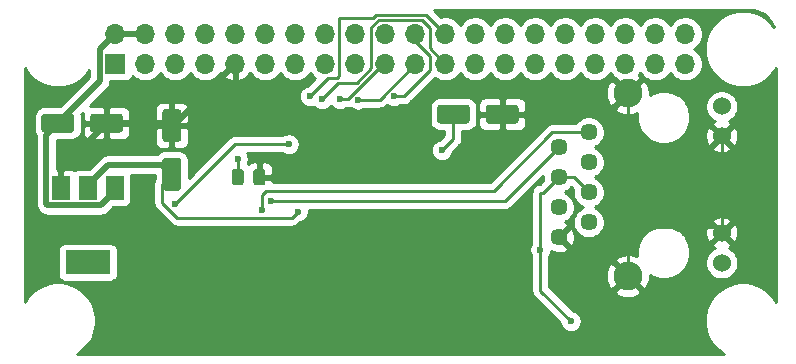
<source format=gbr>
G04 #@! TF.GenerationSoftware,KiCad,Pcbnew,(5.1.9)-1*
G04 #@! TF.CreationDate,2021-08-26T16:09:32+03:00*
G04 #@! TF.ProjectId,RPi_EthShield,5250695f-4574-4685-9368-69656c642e6b,rev?*
G04 #@! TF.SameCoordinates,Original*
G04 #@! TF.FileFunction,Copper,L2,Bot*
G04 #@! TF.FilePolarity,Positive*
%FSLAX46Y46*%
G04 Gerber Fmt 4.6, Leading zero omitted, Abs format (unit mm)*
G04 Created by KiCad (PCBNEW (5.1.9)-1) date 2021-08-26 16:09:32*
%MOMM*%
%LPD*%
G01*
G04 APERTURE LIST*
G04 #@! TA.AperFunction,ComponentPad*
%ADD10C,1.446000*%
G04 #@! TD*
G04 #@! TA.AperFunction,ComponentPad*
%ADD11C,1.530000*%
G04 #@! TD*
G04 #@! TA.AperFunction,ComponentPad*
%ADD12C,2.445000*%
G04 #@! TD*
G04 #@! TA.AperFunction,SMDPad,CuDef*
%ADD13R,1.500000X2.000000*%
G04 #@! TD*
G04 #@! TA.AperFunction,SMDPad,CuDef*
%ADD14R,3.800000X2.000000*%
G04 #@! TD*
G04 #@! TA.AperFunction,ComponentPad*
%ADD15O,1.700000X1.700000*%
G04 #@! TD*
G04 #@! TA.AperFunction,ComponentPad*
%ADD16R,1.700000X1.700000*%
G04 #@! TD*
G04 #@! TA.AperFunction,ViaPad*
%ADD17C,0.600000*%
G04 #@! TD*
G04 #@! TA.AperFunction,Conductor*
%ADD18C,0.250000*%
G04 #@! TD*
G04 #@! TA.AperFunction,Conductor*
%ADD19C,0.500000*%
G04 #@! TD*
G04 #@! TA.AperFunction,Conductor*
%ADD20C,0.254000*%
G04 #@! TD*
G04 #@! TA.AperFunction,Conductor*
%ADD21C,0.100000*%
G04 #@! TD*
G04 APERTURE END LIST*
D10*
X60960000Y-35052000D03*
X58420000Y-36322000D03*
X60960000Y-37592000D03*
X58420000Y-38862000D03*
X60960000Y-40132000D03*
X58420000Y-41402000D03*
X60960000Y-42672000D03*
X58420000Y-43942000D03*
D11*
X72210000Y-32872000D03*
X72210000Y-35412000D03*
X72210000Y-43582000D03*
X72210000Y-46122000D03*
D12*
X64260000Y-31752000D03*
X64260000Y-47242000D03*
D13*
X16242000Y-39776000D03*
X20842000Y-39776000D03*
X18542000Y-39776000D03*
D14*
X18542000Y-46076000D03*
G04 #@! TA.AperFunction,SMDPad,CuDef*
G36*
G01*
X31754500Y-38411999D02*
X31754500Y-39312001D01*
G75*
G02*
X31504501Y-39562000I-249999J0D01*
G01*
X30979499Y-39562000D01*
G75*
G02*
X30729500Y-39312001I0J249999D01*
G01*
X30729500Y-38411999D01*
G75*
G02*
X30979499Y-38162000I249999J0D01*
G01*
X31504501Y-38162000D01*
G75*
G02*
X31754500Y-38411999I0J-249999D01*
G01*
G37*
G04 #@! TD.AperFunction*
G04 #@! TA.AperFunction,SMDPad,CuDef*
G36*
G01*
X33579500Y-38411999D02*
X33579500Y-39312001D01*
G75*
G02*
X33329501Y-39562000I-249999J0D01*
G01*
X32804499Y-39562000D01*
G75*
G02*
X32554500Y-39312001I0J249999D01*
G01*
X32554500Y-38411999D01*
G75*
G02*
X32804499Y-38162000I249999J0D01*
G01*
X33329501Y-38162000D01*
G75*
G02*
X33579500Y-38411999I0J-249999D01*
G01*
G37*
G04 #@! TD.AperFunction*
G04 #@! TA.AperFunction,SMDPad,CuDef*
G36*
G01*
X52237000Y-34078000D02*
X52237000Y-32978000D01*
G75*
G02*
X52487000Y-32728000I250000J0D01*
G01*
X54762000Y-32728000D01*
G75*
G02*
X55012000Y-32978000I0J-250000D01*
G01*
X55012000Y-34078000D01*
G75*
G02*
X54762000Y-34328000I-250000J0D01*
G01*
X52487000Y-34328000D01*
G75*
G02*
X52237000Y-34078000I0J250000D01*
G01*
G37*
G04 #@! TD.AperFunction*
G04 #@! TA.AperFunction,SMDPad,CuDef*
G36*
G01*
X48112000Y-34078000D02*
X48112000Y-32978000D01*
G75*
G02*
X48362000Y-32728000I250000J0D01*
G01*
X50637000Y-32728000D01*
G75*
G02*
X50887000Y-32978000I0J-250000D01*
G01*
X50887000Y-34078000D01*
G75*
G02*
X50637000Y-34328000I-250000J0D01*
G01*
X48362000Y-34328000D01*
G75*
G02*
X48112000Y-34078000I0J250000D01*
G01*
G37*
G04 #@! TD.AperFunction*
G04 #@! TA.AperFunction,SMDPad,CuDef*
G36*
G01*
X26204000Y-35870500D02*
X25104000Y-35870500D01*
G75*
G02*
X24854000Y-35620500I0J250000D01*
G01*
X24854000Y-33345500D01*
G75*
G02*
X25104000Y-33095500I250000J0D01*
G01*
X26204000Y-33095500D01*
G75*
G02*
X26454000Y-33345500I0J-250000D01*
G01*
X26454000Y-35620500D01*
G75*
G02*
X26204000Y-35870500I-250000J0D01*
G01*
G37*
G04 #@! TD.AperFunction*
G04 #@! TA.AperFunction,SMDPad,CuDef*
G36*
G01*
X26204000Y-39995500D02*
X25104000Y-39995500D01*
G75*
G02*
X24854000Y-39745500I0J250000D01*
G01*
X24854000Y-37470500D01*
G75*
G02*
X25104000Y-37220500I250000J0D01*
G01*
X26204000Y-37220500D01*
G75*
G02*
X26454000Y-37470500I0J-250000D01*
G01*
X26454000Y-39745500D01*
G75*
G02*
X26204000Y-39995500I-250000J0D01*
G01*
G37*
G04 #@! TD.AperFunction*
G04 #@! TA.AperFunction,SMDPad,CuDef*
G36*
G01*
X18739500Y-34840000D02*
X18739500Y-33740000D01*
G75*
G02*
X18989500Y-33490000I250000J0D01*
G01*
X21264500Y-33490000D01*
G75*
G02*
X21514500Y-33740000I0J-250000D01*
G01*
X21514500Y-34840000D01*
G75*
G02*
X21264500Y-35090000I-250000J0D01*
G01*
X18989500Y-35090000D01*
G75*
G02*
X18739500Y-34840000I0J250000D01*
G01*
G37*
G04 #@! TD.AperFunction*
G04 #@! TA.AperFunction,SMDPad,CuDef*
G36*
G01*
X14614500Y-34840000D02*
X14614500Y-33740000D01*
G75*
G02*
X14864500Y-33490000I250000J0D01*
G01*
X17139500Y-33490000D01*
G75*
G02*
X17389500Y-33740000I0J-250000D01*
G01*
X17389500Y-34840000D01*
G75*
G02*
X17139500Y-35090000I-250000J0D01*
G01*
X14864500Y-35090000D01*
G75*
G02*
X14614500Y-34840000I0J250000D01*
G01*
G37*
G04 #@! TD.AperFunction*
D15*
X69130000Y-26730000D03*
X69130000Y-29270000D03*
X66590000Y-26730000D03*
X66590000Y-29270000D03*
X64050000Y-26730000D03*
X64050000Y-29270000D03*
X61510000Y-26730000D03*
X61510000Y-29270000D03*
X58970000Y-26730000D03*
X58970000Y-29270000D03*
X56430000Y-26730000D03*
X56430000Y-29270000D03*
X53890000Y-26730000D03*
X53890000Y-29270000D03*
X51350000Y-26730000D03*
X51350000Y-29270000D03*
X48810000Y-26730000D03*
X48810000Y-29270000D03*
X46270000Y-26730000D03*
X46270000Y-29270000D03*
X43730000Y-26730000D03*
X43730000Y-29270000D03*
X41190000Y-26730000D03*
X41190000Y-29270000D03*
X38650000Y-26730000D03*
X38650000Y-29270000D03*
X36110000Y-26730000D03*
X36110000Y-29270000D03*
X33570000Y-26730000D03*
X33570000Y-29270000D03*
X31030000Y-26730000D03*
X31030000Y-29270000D03*
X28490000Y-26730000D03*
X28490000Y-29270000D03*
X25950000Y-26730000D03*
X25950000Y-29270000D03*
X23410000Y-26730000D03*
X23410000Y-29270000D03*
X20870000Y-26730000D03*
D16*
X20870000Y-29270000D03*
D17*
X35560000Y-36068000D03*
X25908010Y-41148000D03*
X33274018Y-41656000D03*
X34036000Y-40855987D03*
X25654000Y-38608000D03*
X59436000Y-51054000D03*
X56863999Y-44990001D03*
X36322000Y-41773000D03*
X33274006Y-37338000D03*
X16242000Y-39776000D03*
X52070000Y-37084000D03*
X37338000Y-32004000D03*
X38354000Y-32258000D03*
X44450000Y-32004000D03*
X41431648Y-32287648D03*
X39878000Y-32258000D03*
X31242004Y-37338000D03*
X48514000Y-36576000D03*
D18*
X35560000Y-36068000D02*
X30988010Y-36068000D01*
X30988010Y-36068000D02*
X25908010Y-41148000D01*
X33274000Y-41655982D02*
X33274018Y-41656000D01*
X33274000Y-40386000D02*
X33274000Y-41655982D01*
X33645001Y-40014999D02*
X33274000Y-40386000D01*
X52921959Y-40014999D02*
X33645001Y-40014999D01*
X57884958Y-35052000D02*
X60960000Y-35052000D01*
X52921959Y-40014999D02*
X57884958Y-35052000D01*
X53886013Y-40855987D02*
X58420000Y-36322000D01*
X34036000Y-40855987D02*
X53886013Y-40855987D01*
D19*
X24854000Y-37808000D02*
X25654000Y-38608000D01*
X20249998Y-37808000D02*
X24854000Y-37808000D01*
X18542000Y-39515998D02*
X20249998Y-37808000D01*
X18542000Y-39776000D02*
X18542000Y-39515998D01*
D18*
X56863999Y-48481999D02*
X59436000Y-51054000D01*
X57117999Y-40164001D02*
X58420000Y-38862000D01*
X56863999Y-40164001D02*
X57117999Y-40164001D01*
X59690000Y-38862000D02*
X60960000Y-40132000D01*
X58420000Y-38862000D02*
X59690000Y-38862000D01*
X56863999Y-44990001D02*
X56863999Y-48481999D01*
X56863999Y-40164001D02*
X56863999Y-44990001D01*
X35813999Y-42281001D02*
X36322000Y-41773000D01*
X26116009Y-42281001D02*
X35813999Y-42281001D01*
X24854000Y-41018992D02*
X26116009Y-42281001D01*
X24854000Y-39408000D02*
X24854000Y-41018992D01*
X25654000Y-38608000D02*
X24854000Y-39408000D01*
D19*
X26010000Y-34290000D02*
X31030000Y-29270000D01*
X20127000Y-34290000D02*
X26010000Y-34290000D01*
X16242000Y-38175000D02*
X20127000Y-34290000D01*
X16242000Y-39776000D02*
X16242000Y-38175000D01*
D18*
X33067000Y-38862000D02*
X33067000Y-37545006D01*
X33067000Y-37545006D02*
X33274006Y-37338000D01*
X53624500Y-35529500D02*
X52070000Y-37084000D01*
X53624500Y-33528000D02*
X53624500Y-35529500D01*
X71191001Y-36430999D02*
X72210000Y-35412000D01*
X66310997Y-36430999D02*
X71191001Y-36430999D01*
X64260000Y-34380002D02*
X66310997Y-36430999D01*
X64260000Y-31752000D02*
X64260000Y-34380002D01*
X72210000Y-35412000D02*
X72210000Y-43582000D01*
X64260000Y-44786999D02*
X64260000Y-47242000D01*
X65975998Y-43071001D02*
X64260000Y-44786999D01*
X71699001Y-43071001D02*
X65975998Y-43071001D01*
X72210000Y-43582000D02*
X71699001Y-43071001D01*
X59264999Y-44786999D02*
X58420000Y-43942000D01*
X64260000Y-44786999D02*
X59264999Y-44786999D01*
X47184989Y-25104989D02*
X48810000Y-26730000D01*
X42684588Y-25400000D02*
X42979599Y-25104989D01*
X39825001Y-25400000D02*
X42684588Y-25400000D01*
X39825001Y-30278999D02*
X39825001Y-25400000D01*
X39658999Y-30445001D02*
X39825001Y-30278999D01*
X42979599Y-25104989D02*
X47184989Y-25104989D01*
X38862000Y-30445001D02*
X39658999Y-30445001D01*
X38862000Y-30480000D02*
X38862000Y-30445001D01*
X37338000Y-32004000D02*
X38862000Y-30480000D01*
X47498000Y-27958000D02*
X48810000Y-29270000D01*
X47498000Y-26218998D02*
X47498000Y-27958000D01*
X43165998Y-25555000D02*
X46834002Y-25555000D01*
X42554999Y-26165999D02*
X43165998Y-25555000D01*
X42554999Y-29644003D02*
X42554999Y-26165999D01*
X41303990Y-30895012D02*
X42554999Y-29644003D01*
X46834002Y-25555000D02*
X47498000Y-26218998D01*
X39716988Y-30895012D02*
X41303990Y-30895012D01*
X38354000Y-32258000D02*
X39716988Y-30895012D01*
X46270000Y-27366410D02*
X46270000Y-26730000D01*
X47498000Y-28594410D02*
X46270000Y-27366410D01*
X47498000Y-29781002D02*
X47498000Y-28594410D01*
X45275002Y-32004000D02*
X47498000Y-29781002D01*
X44450000Y-32004000D02*
X45275002Y-32004000D01*
X43252352Y-32287648D02*
X46270000Y-29270000D01*
X41431648Y-32287648D02*
X43252352Y-32287648D01*
X43565412Y-29270000D02*
X43730000Y-29270000D01*
X40577412Y-32258000D02*
X43565412Y-29270000D01*
X39878000Y-32258000D02*
X40577412Y-32258000D01*
D19*
X23410000Y-26730000D02*
X20870000Y-26730000D01*
X20870000Y-26730000D02*
X19569999Y-28030001D01*
X19569999Y-30722001D02*
X19569999Y-28030001D01*
X16002000Y-34290000D02*
X19569999Y-30722001D01*
X19652001Y-41226001D02*
X20842000Y-40036002D01*
X15131999Y-41226001D02*
X19652001Y-41226001D01*
X20842000Y-40036002D02*
X20842000Y-39776000D01*
X15041999Y-41136001D02*
X15131999Y-41226001D01*
X15041999Y-35250001D02*
X15041999Y-41136001D01*
X16002000Y-34290000D02*
X15041999Y-35250001D01*
D18*
X31242000Y-38862000D02*
X31242000Y-37338004D01*
X31242000Y-37338004D02*
X31242004Y-37338000D01*
X49499500Y-35590500D02*
X49499500Y-33528000D01*
X48514000Y-36576000D02*
X49499500Y-35590500D01*
D20*
X74949016Y-24732312D02*
X75380930Y-24862714D01*
X75779285Y-25074524D01*
X76128914Y-25359675D01*
X76416497Y-25707303D01*
X76631086Y-26104177D01*
X76645547Y-26150894D01*
X76506575Y-25942907D01*
X76057093Y-25493425D01*
X75528558Y-25140270D01*
X74941281Y-24897012D01*
X74317832Y-24773000D01*
X73682168Y-24773000D01*
X73058719Y-24897012D01*
X72471442Y-25140270D01*
X71942907Y-25493425D01*
X71493425Y-25942907D01*
X71140270Y-26471442D01*
X70897012Y-27058719D01*
X70773000Y-27682168D01*
X70773000Y-28317832D01*
X70897012Y-28941281D01*
X71140270Y-29528558D01*
X71493425Y-30057093D01*
X71942907Y-30506575D01*
X72471442Y-30859730D01*
X73058719Y-31102988D01*
X73682168Y-31227000D01*
X74317832Y-31227000D01*
X74941281Y-31102988D01*
X75528558Y-30859730D01*
X76057093Y-30506575D01*
X76506575Y-30057093D01*
X76815000Y-29595501D01*
X76815001Y-49404500D01*
X76506575Y-48942907D01*
X76057093Y-48493425D01*
X75528558Y-48140270D01*
X74941281Y-47897012D01*
X74317832Y-47773000D01*
X73682168Y-47773000D01*
X73058719Y-47897012D01*
X72471442Y-48140270D01*
X71942907Y-48493425D01*
X71493425Y-48942907D01*
X71140270Y-49471442D01*
X70897012Y-50058719D01*
X70773000Y-50682168D01*
X70773000Y-51317832D01*
X70897012Y-51941281D01*
X71140270Y-52528558D01*
X71493425Y-53057093D01*
X71942907Y-53506575D01*
X72404499Y-53815000D01*
X17595501Y-53815000D01*
X18057093Y-53506575D01*
X18506575Y-53057093D01*
X18859730Y-52528558D01*
X19102988Y-51941281D01*
X19227000Y-51317832D01*
X19227000Y-50682168D01*
X19102988Y-50058719D01*
X18859730Y-49471442D01*
X18506575Y-48942907D01*
X18057093Y-48493425D01*
X17528558Y-48140270D01*
X16941281Y-47897012D01*
X16317832Y-47773000D01*
X15682168Y-47773000D01*
X15058719Y-47897012D01*
X14471442Y-48140270D01*
X13942907Y-48493425D01*
X13493425Y-48942907D01*
X13185000Y-49404499D01*
X13185000Y-45076000D01*
X16003928Y-45076000D01*
X16003928Y-47076000D01*
X16016188Y-47200482D01*
X16052498Y-47320180D01*
X16111463Y-47430494D01*
X16190815Y-47527185D01*
X16287506Y-47606537D01*
X16397820Y-47665502D01*
X16517518Y-47701812D01*
X16642000Y-47714072D01*
X20442000Y-47714072D01*
X20566482Y-47701812D01*
X20686180Y-47665502D01*
X20796494Y-47606537D01*
X20893185Y-47527185D01*
X20972537Y-47430494D01*
X21031502Y-47320180D01*
X21067812Y-47200482D01*
X21080072Y-47076000D01*
X21080072Y-45076000D01*
X21067812Y-44951518D01*
X21031502Y-44831820D01*
X20972537Y-44721506D01*
X20893185Y-44624815D01*
X20796494Y-44545463D01*
X20686180Y-44486498D01*
X20566482Y-44450188D01*
X20442000Y-44437928D01*
X16642000Y-44437928D01*
X16517518Y-44450188D01*
X16397820Y-44486498D01*
X16287506Y-44545463D01*
X16190815Y-44624815D01*
X16111463Y-44721506D01*
X16052498Y-44831820D01*
X16016188Y-44951518D01*
X16003928Y-45076000D01*
X13185000Y-45076000D01*
X13185000Y-29595501D01*
X13493425Y-30057093D01*
X13942907Y-30506575D01*
X14471442Y-30859730D01*
X15058719Y-31102988D01*
X15682168Y-31227000D01*
X16317832Y-31227000D01*
X16941281Y-31102988D01*
X17528558Y-30859730D01*
X18057093Y-30506575D01*
X18506575Y-30057093D01*
X18684999Y-29790061D01*
X18684999Y-30355422D01*
X16188494Y-32851928D01*
X14864500Y-32851928D01*
X14691246Y-32868992D01*
X14524650Y-32919528D01*
X14371114Y-33001595D01*
X14236538Y-33112038D01*
X14126095Y-33246614D01*
X14044028Y-33400150D01*
X13993492Y-33566746D01*
X13976428Y-33740000D01*
X13976428Y-34840000D01*
X13993492Y-35013254D01*
X14044028Y-35179850D01*
X14126095Y-35333386D01*
X14156999Y-35371043D01*
X14157000Y-41092522D01*
X14152718Y-41136001D01*
X14169804Y-41309491D01*
X14220411Y-41476314D01*
X14302589Y-41630060D01*
X14385467Y-41731047D01*
X14385470Y-41731050D01*
X14413183Y-41764818D01*
X14446951Y-41792531D01*
X14475465Y-41821045D01*
X14503182Y-41854818D01*
X14637940Y-41965412D01*
X14791686Y-42047590D01*
X14958509Y-42098196D01*
X15088522Y-42111001D01*
X15088532Y-42111001D01*
X15131998Y-42115282D01*
X15175464Y-42111001D01*
X19608532Y-42111001D01*
X19652001Y-42115282D01*
X19695470Y-42111001D01*
X19695478Y-42111001D01*
X19825491Y-42098196D01*
X19992314Y-42047590D01*
X20146060Y-41965412D01*
X20280818Y-41854818D01*
X20308535Y-41821045D01*
X20715508Y-41414072D01*
X21592000Y-41414072D01*
X21716482Y-41401812D01*
X21836180Y-41365502D01*
X21946494Y-41306537D01*
X22043185Y-41227185D01*
X22122537Y-41130494D01*
X22181502Y-41020180D01*
X22217812Y-40900482D01*
X22230072Y-40776000D01*
X22230072Y-38776000D01*
X22221897Y-38693000D01*
X24215928Y-38693000D01*
X24215928Y-38989520D01*
X24169077Y-39077172D01*
X24148454Y-39115754D01*
X24104997Y-39259015D01*
X24094000Y-39370668D01*
X24094000Y-39370678D01*
X24090324Y-39408000D01*
X24094000Y-39445323D01*
X24094001Y-40981660D01*
X24090324Y-41018992D01*
X24094001Y-41056325D01*
X24104998Y-41167978D01*
X24110716Y-41186828D01*
X24148454Y-41311238D01*
X24219026Y-41443268D01*
X24265808Y-41500271D01*
X24314000Y-41558993D01*
X24342998Y-41582791D01*
X25552210Y-42792004D01*
X25576008Y-42821002D01*
X25691733Y-42915975D01*
X25823762Y-42986547D01*
X25967023Y-43030004D01*
X26078676Y-43041001D01*
X26078685Y-43041001D01*
X26116008Y-43044677D01*
X26153331Y-43041001D01*
X35776677Y-43041001D01*
X35813999Y-43044677D01*
X35851321Y-43041001D01*
X35851332Y-43041001D01*
X35962985Y-43030004D01*
X36106246Y-42986547D01*
X36238275Y-42915975D01*
X36354000Y-42821002D01*
X36377803Y-42791998D01*
X36473648Y-42696153D01*
X36594729Y-42672068D01*
X36764889Y-42601586D01*
X36918028Y-42499262D01*
X37048262Y-42369028D01*
X37150586Y-42215889D01*
X37221068Y-42045729D01*
X37257000Y-41865089D01*
X37257000Y-41680911D01*
X37244086Y-41615987D01*
X53848691Y-41615987D01*
X53886013Y-41619663D01*
X53923335Y-41615987D01*
X53923346Y-41615987D01*
X54034999Y-41604990D01*
X54178260Y-41561533D01*
X54310289Y-41490961D01*
X54426014Y-41395988D01*
X54449817Y-41366984D01*
X57062000Y-38754802D01*
X57062000Y-38995751D01*
X57086795Y-39120403D01*
X56800634Y-39406565D01*
X56715013Y-39414998D01*
X56571752Y-39458455D01*
X56439723Y-39529027D01*
X56323998Y-39624000D01*
X56229025Y-39739725D01*
X56158453Y-39871754D01*
X56114996Y-40015015D01*
X56100322Y-40164001D01*
X56103999Y-40201334D01*
X56104000Y-44444464D01*
X56035413Y-44547112D01*
X55964931Y-44717272D01*
X55928999Y-44897912D01*
X55928999Y-45082090D01*
X55964931Y-45262730D01*
X56035413Y-45432890D01*
X56103999Y-45535537D01*
X56104000Y-48444667D01*
X56100323Y-48481999D01*
X56114997Y-48630984D01*
X56158453Y-48774245D01*
X56229025Y-48906275D01*
X56260895Y-48945108D01*
X56323999Y-49022000D01*
X56352997Y-49045798D01*
X58512847Y-51205649D01*
X58536932Y-51326729D01*
X58607414Y-51496889D01*
X58709738Y-51650028D01*
X58839972Y-51780262D01*
X58993111Y-51882586D01*
X59163271Y-51953068D01*
X59343911Y-51989000D01*
X59528089Y-51989000D01*
X59708729Y-51953068D01*
X59878889Y-51882586D01*
X60032028Y-51780262D01*
X60162262Y-51650028D01*
X60264586Y-51496889D01*
X60335068Y-51326729D01*
X60371000Y-51146089D01*
X60371000Y-50961911D01*
X60335068Y-50781271D01*
X60264586Y-50611111D01*
X60162262Y-50457972D01*
X60032028Y-50327738D01*
X59878889Y-50225414D01*
X59708729Y-50154932D01*
X59587649Y-50130847D01*
X57992814Y-48536012D01*
X63145593Y-48536012D01*
X63268194Y-48823170D01*
X63595722Y-48986280D01*
X63948778Y-49082359D01*
X64313795Y-49107713D01*
X64676744Y-49061369D01*
X65023677Y-48945108D01*
X65251806Y-48823170D01*
X65374407Y-48536012D01*
X64260000Y-47421605D01*
X63145593Y-48536012D01*
X57992814Y-48536012D01*
X57623999Y-48167198D01*
X57623999Y-47295795D01*
X62394287Y-47295795D01*
X62440631Y-47658744D01*
X62556892Y-48005677D01*
X62678830Y-48233806D01*
X62965988Y-48356407D01*
X64080395Y-47242000D01*
X62965988Y-46127593D01*
X62678830Y-46250194D01*
X62515720Y-46577722D01*
X62419641Y-46930778D01*
X62394287Y-47295795D01*
X57623999Y-47295795D01*
X57623999Y-45947988D01*
X63145593Y-45947988D01*
X64260000Y-47062395D01*
X64274143Y-47048253D01*
X64453748Y-47227858D01*
X64439605Y-47242000D01*
X65554012Y-48356407D01*
X65841170Y-48233806D01*
X66004280Y-47906278D01*
X66100359Y-47553222D01*
X66125713Y-47188205D01*
X66118811Y-47134151D01*
X66239489Y-47214786D01*
X66650782Y-47385149D01*
X67087409Y-47472000D01*
X67532591Y-47472000D01*
X67969218Y-47385149D01*
X68380511Y-47214786D01*
X68750666Y-46967456D01*
X69065456Y-46652666D01*
X69312786Y-46282511D01*
X69436386Y-45984112D01*
X70810000Y-45984112D01*
X70810000Y-46259888D01*
X70863801Y-46530365D01*
X70969336Y-46785149D01*
X71122549Y-47014448D01*
X71317552Y-47209451D01*
X71546851Y-47362664D01*
X71801635Y-47468199D01*
X72072112Y-47522000D01*
X72347888Y-47522000D01*
X72618365Y-47468199D01*
X72873149Y-47362664D01*
X73102448Y-47209451D01*
X73297451Y-47014448D01*
X73450664Y-46785149D01*
X73556199Y-46530365D01*
X73610000Y-46259888D01*
X73610000Y-45984112D01*
X73556199Y-45713635D01*
X73450664Y-45458851D01*
X73297451Y-45229552D01*
X73102448Y-45034549D01*
X72873149Y-44881336D01*
X72808406Y-44854518D01*
X72814072Y-44852478D01*
X72930760Y-44790106D01*
X72998102Y-44549707D01*
X72210000Y-43761605D01*
X71421898Y-44549707D01*
X71489240Y-44790106D01*
X71619336Y-44851312D01*
X71546851Y-44881336D01*
X71317552Y-45034549D01*
X71122549Y-45229552D01*
X70969336Y-45458851D01*
X70863801Y-45713635D01*
X70810000Y-45984112D01*
X69436386Y-45984112D01*
X69483149Y-45871218D01*
X69570000Y-45434591D01*
X69570000Y-44989409D01*
X69483149Y-44552782D01*
X69312786Y-44141489D01*
X69065456Y-43771334D01*
X68948021Y-43653899D01*
X70805064Y-43653899D01*
X70846086Y-43926607D01*
X70939522Y-44186072D01*
X71001894Y-44302760D01*
X71242293Y-44370102D01*
X72030395Y-43582000D01*
X72389605Y-43582000D01*
X73177707Y-44370102D01*
X73418106Y-44302760D01*
X73535506Y-44053220D01*
X73601967Y-43785573D01*
X73614936Y-43510101D01*
X73573914Y-43237393D01*
X73480478Y-42977928D01*
X73418106Y-42861240D01*
X73177707Y-42793898D01*
X72389605Y-43582000D01*
X72030395Y-43582000D01*
X71242293Y-42793898D01*
X71001894Y-42861240D01*
X70884494Y-43110780D01*
X70818033Y-43378427D01*
X70805064Y-43653899D01*
X68948021Y-43653899D01*
X68750666Y-43456544D01*
X68380511Y-43209214D01*
X67969218Y-43038851D01*
X67532591Y-42952000D01*
X67087409Y-42952000D01*
X66650782Y-43038851D01*
X66239489Y-43209214D01*
X65869334Y-43456544D01*
X65554544Y-43771334D01*
X65307214Y-44141489D01*
X65136851Y-44552782D01*
X65050000Y-44989409D01*
X65050000Y-45434591D01*
X65077761Y-45574155D01*
X64924278Y-45497720D01*
X64571222Y-45401641D01*
X64206205Y-45376287D01*
X63843256Y-45422631D01*
X63496323Y-45538892D01*
X63268194Y-45660830D01*
X63145593Y-45947988D01*
X57623999Y-45947988D01*
X57623999Y-45535536D01*
X57692585Y-45432890D01*
X57763067Y-45262730D01*
X57786498Y-45144937D01*
X57966523Y-45229017D01*
X58226321Y-45292756D01*
X58493561Y-45304587D01*
X58757975Y-45264054D01*
X59009401Y-45172716D01*
X59115848Y-45115818D01*
X59178099Y-44879704D01*
X58420000Y-44121605D01*
X58405858Y-44135748D01*
X58226253Y-43956143D01*
X58240395Y-43942000D01*
X58599605Y-43942000D01*
X59357704Y-44700099D01*
X59593818Y-44637848D01*
X59707017Y-44395477D01*
X59770756Y-44135679D01*
X59782587Y-43868439D01*
X59742054Y-43604025D01*
X59650716Y-43352599D01*
X59593818Y-43246152D01*
X59357704Y-43183901D01*
X58599605Y-43942000D01*
X58240395Y-43942000D01*
X58226253Y-43927858D01*
X58405858Y-43748253D01*
X58420000Y-43762395D01*
X59178099Y-43004296D01*
X59115848Y-42768182D01*
X58906463Y-42670389D01*
X59063254Y-42605444D01*
X59285675Y-42456828D01*
X59474828Y-42267675D01*
X59623444Y-42045254D01*
X59725813Y-41798114D01*
X59778000Y-41535751D01*
X59778000Y-41268249D01*
X59725813Y-41005886D01*
X59623444Y-40758746D01*
X59474828Y-40536325D01*
X59285675Y-40347172D01*
X59063254Y-40198556D01*
X58902574Y-40132000D01*
X59063254Y-40065444D01*
X59285675Y-39916828D01*
X59474828Y-39727675D01*
X59477250Y-39724051D01*
X59626795Y-39873596D01*
X59602000Y-39998249D01*
X59602000Y-40265751D01*
X59654187Y-40528114D01*
X59756556Y-40775254D01*
X59905172Y-40997675D01*
X60094325Y-41186828D01*
X60316746Y-41335444D01*
X60477426Y-41402000D01*
X60316746Y-41468556D01*
X60094325Y-41617172D01*
X59905172Y-41806325D01*
X59756556Y-42028746D01*
X59654187Y-42275886D01*
X59602000Y-42538249D01*
X59602000Y-42805751D01*
X59654187Y-43068114D01*
X59756556Y-43315254D01*
X59905172Y-43537675D01*
X60094325Y-43726828D01*
X60316746Y-43875444D01*
X60563886Y-43977813D01*
X60826249Y-44030000D01*
X61093751Y-44030000D01*
X61356114Y-43977813D01*
X61603254Y-43875444D01*
X61825675Y-43726828D01*
X62014828Y-43537675D01*
X62163444Y-43315254D01*
X62265813Y-43068114D01*
X62318000Y-42805751D01*
X62318000Y-42614293D01*
X71421898Y-42614293D01*
X72210000Y-43402395D01*
X72998102Y-42614293D01*
X72930760Y-42373894D01*
X72681220Y-42256494D01*
X72413573Y-42190033D01*
X72138101Y-42177064D01*
X71865393Y-42218086D01*
X71605928Y-42311522D01*
X71489240Y-42373894D01*
X71421898Y-42614293D01*
X62318000Y-42614293D01*
X62318000Y-42538249D01*
X62265813Y-42275886D01*
X62163444Y-42028746D01*
X62014828Y-41806325D01*
X61825675Y-41617172D01*
X61603254Y-41468556D01*
X61442574Y-41402000D01*
X61603254Y-41335444D01*
X61825675Y-41186828D01*
X62014828Y-40997675D01*
X62163444Y-40775254D01*
X62265813Y-40528114D01*
X62318000Y-40265751D01*
X62318000Y-39998249D01*
X62265813Y-39735886D01*
X62163444Y-39488746D01*
X62014828Y-39266325D01*
X61825675Y-39077172D01*
X61603254Y-38928556D01*
X61442574Y-38862000D01*
X61603254Y-38795444D01*
X61825675Y-38646828D01*
X62014828Y-38457675D01*
X62163444Y-38235254D01*
X62265813Y-37988114D01*
X62318000Y-37725751D01*
X62318000Y-37458249D01*
X62265813Y-37195886D01*
X62163444Y-36948746D01*
X62014828Y-36726325D01*
X61825675Y-36537172D01*
X61603254Y-36388556D01*
X61581891Y-36379707D01*
X71421898Y-36379707D01*
X71489240Y-36620106D01*
X71738780Y-36737506D01*
X72006427Y-36803967D01*
X72281899Y-36816936D01*
X72554607Y-36775914D01*
X72814072Y-36682478D01*
X72930760Y-36620106D01*
X72998102Y-36379707D01*
X72210000Y-35591605D01*
X71421898Y-36379707D01*
X61581891Y-36379707D01*
X61442574Y-36322000D01*
X61603254Y-36255444D01*
X61825675Y-36106828D01*
X62014828Y-35917675D01*
X62163444Y-35695254D01*
X62265813Y-35448114D01*
X62318000Y-35185751D01*
X62318000Y-34918249D01*
X62265813Y-34655886D01*
X62163444Y-34408746D01*
X62014828Y-34186325D01*
X61825675Y-33997172D01*
X61603254Y-33848556D01*
X61356114Y-33746187D01*
X61093751Y-33694000D01*
X60826249Y-33694000D01*
X60563886Y-33746187D01*
X60316746Y-33848556D01*
X60094325Y-33997172D01*
X59905172Y-34186325D01*
X59834563Y-34292000D01*
X57922280Y-34292000D01*
X57884957Y-34288324D01*
X57847634Y-34292000D01*
X57847625Y-34292000D01*
X57735972Y-34302997D01*
X57592711Y-34346454D01*
X57460682Y-34417026D01*
X57460680Y-34417027D01*
X57460681Y-34417027D01*
X57373954Y-34488201D01*
X57373950Y-34488205D01*
X57344957Y-34511999D01*
X57321163Y-34540992D01*
X52607158Y-39254999D01*
X34215295Y-39254999D01*
X34214500Y-39147750D01*
X34055750Y-38989000D01*
X33194000Y-38989000D01*
X33194000Y-39009000D01*
X32940000Y-39009000D01*
X32940000Y-38989000D01*
X32920000Y-38989000D01*
X32920000Y-38735000D01*
X32940000Y-38735000D01*
X32940000Y-37685750D01*
X33194000Y-37685750D01*
X33194000Y-38735000D01*
X34055750Y-38735000D01*
X34214500Y-38576250D01*
X34217572Y-38162000D01*
X34205312Y-38037518D01*
X34169002Y-37917820D01*
X34110037Y-37807506D01*
X34030685Y-37710815D01*
X33933994Y-37631463D01*
X33823680Y-37572498D01*
X33703982Y-37536188D01*
X33579500Y-37523928D01*
X33352750Y-37527000D01*
X33194000Y-37685750D01*
X32940000Y-37685750D01*
X32781250Y-37527000D01*
X32554500Y-37523928D01*
X32430018Y-37536188D01*
X32310320Y-37572498D01*
X32200006Y-37631463D01*
X32103315Y-37710815D01*
X32095845Y-37719917D01*
X32141072Y-37610729D01*
X32177004Y-37430089D01*
X32177004Y-37245911D01*
X32141072Y-37065271D01*
X32070590Y-36895111D01*
X32025748Y-36828000D01*
X35014465Y-36828000D01*
X35117111Y-36896586D01*
X35287271Y-36967068D01*
X35467911Y-37003000D01*
X35652089Y-37003000D01*
X35832729Y-36967068D01*
X36002889Y-36896586D01*
X36156028Y-36794262D01*
X36286262Y-36664028D01*
X36388586Y-36510889D01*
X36459068Y-36340729D01*
X36495000Y-36160089D01*
X36495000Y-35975911D01*
X36459068Y-35795271D01*
X36388586Y-35625111D01*
X36286262Y-35471972D01*
X36156028Y-35341738D01*
X36002889Y-35239414D01*
X35832729Y-35168932D01*
X35652089Y-35133000D01*
X35467911Y-35133000D01*
X35287271Y-35168932D01*
X35117111Y-35239414D01*
X35014465Y-35308000D01*
X31025333Y-35308000D01*
X30988010Y-35304324D01*
X30950687Y-35308000D01*
X30950677Y-35308000D01*
X30839024Y-35318997D01*
X30695763Y-35362454D01*
X30563733Y-35433026D01*
X30511032Y-35476277D01*
X30448009Y-35527999D01*
X30424211Y-35556997D01*
X27092072Y-38889137D01*
X27092072Y-37470500D01*
X27075008Y-37297246D01*
X27024472Y-37130650D01*
X26942405Y-36977114D01*
X26831962Y-36842538D01*
X26697386Y-36732095D01*
X26543850Y-36650028D01*
X26377254Y-36599492D01*
X26204000Y-36582428D01*
X25104000Y-36582428D01*
X24930746Y-36599492D01*
X24764150Y-36650028D01*
X24610614Y-36732095D01*
X24476038Y-36842538D01*
X24410005Y-36923000D01*
X20293467Y-36923000D01*
X20249998Y-36918719D01*
X20206529Y-36923000D01*
X20206521Y-36923000D01*
X20091304Y-36934348D01*
X20076507Y-36935805D01*
X20033848Y-36948746D01*
X19909685Y-36986411D01*
X19755939Y-37068589D01*
X19698168Y-37116001D01*
X19654951Y-37151468D01*
X19654949Y-37151470D01*
X19621181Y-37179183D01*
X19593468Y-37212951D01*
X18668492Y-38137928D01*
X17792000Y-38137928D01*
X17667518Y-38150188D01*
X17547820Y-38186498D01*
X17437506Y-38245463D01*
X17392000Y-38282809D01*
X17346494Y-38245463D01*
X17236180Y-38186498D01*
X17116482Y-38150188D01*
X16992000Y-38137928D01*
X16527750Y-38141000D01*
X16369000Y-38299750D01*
X16369000Y-39649000D01*
X16389000Y-39649000D01*
X16389000Y-39903000D01*
X16369000Y-39903000D01*
X16369000Y-39923000D01*
X16115000Y-39923000D01*
X16115000Y-39903000D01*
X16095000Y-39903000D01*
X16095000Y-39649000D01*
X16115000Y-39649000D01*
X16115000Y-38299750D01*
X15956250Y-38141000D01*
X15926999Y-38140806D01*
X15926999Y-35870500D01*
X24215928Y-35870500D01*
X24228188Y-35994982D01*
X24264498Y-36114680D01*
X24323463Y-36224994D01*
X24402815Y-36321685D01*
X24499506Y-36401037D01*
X24609820Y-36460002D01*
X24729518Y-36496312D01*
X24854000Y-36508572D01*
X25368250Y-36505500D01*
X25527000Y-36346750D01*
X25527000Y-34610000D01*
X25781000Y-34610000D01*
X25781000Y-36346750D01*
X25939750Y-36505500D01*
X26454000Y-36508572D01*
X26578482Y-36496312D01*
X26698180Y-36460002D01*
X26808494Y-36401037D01*
X26905185Y-36321685D01*
X26984537Y-36224994D01*
X27043502Y-36114680D01*
X27079812Y-35994982D01*
X27092072Y-35870500D01*
X27089000Y-34768750D01*
X26930250Y-34610000D01*
X25781000Y-34610000D01*
X25527000Y-34610000D01*
X24377750Y-34610000D01*
X24219000Y-34768750D01*
X24215928Y-35870500D01*
X15926999Y-35870500D01*
X15926999Y-35728072D01*
X17139500Y-35728072D01*
X17312754Y-35711008D01*
X17479350Y-35660472D01*
X17632886Y-35578405D01*
X17767462Y-35467962D01*
X17877905Y-35333386D01*
X17959972Y-35179850D01*
X17987227Y-35090000D01*
X18101428Y-35090000D01*
X18113688Y-35214482D01*
X18149998Y-35334180D01*
X18208963Y-35444494D01*
X18288315Y-35541185D01*
X18385006Y-35620537D01*
X18495320Y-35679502D01*
X18615018Y-35715812D01*
X18739500Y-35728072D01*
X19841250Y-35725000D01*
X20000000Y-35566250D01*
X20000000Y-34417000D01*
X20254000Y-34417000D01*
X20254000Y-35566250D01*
X20412750Y-35725000D01*
X21514500Y-35728072D01*
X21638982Y-35715812D01*
X21758680Y-35679502D01*
X21868994Y-35620537D01*
X21965685Y-35541185D01*
X22045037Y-35444494D01*
X22104002Y-35334180D01*
X22140312Y-35214482D01*
X22152572Y-35090000D01*
X22149500Y-34575750D01*
X21990750Y-34417000D01*
X20254000Y-34417000D01*
X20000000Y-34417000D01*
X18263250Y-34417000D01*
X18104500Y-34575750D01*
X18101428Y-35090000D01*
X17987227Y-35090000D01*
X18010508Y-35013254D01*
X18027572Y-34840000D01*
X18027572Y-33740000D01*
X18010508Y-33566746D01*
X18002670Y-33540908D01*
X18106655Y-33436923D01*
X18101428Y-33490000D01*
X18104500Y-34004250D01*
X18263250Y-34163000D01*
X20000000Y-34163000D01*
X20000000Y-33013750D01*
X20254000Y-33013750D01*
X20254000Y-34163000D01*
X21990750Y-34163000D01*
X22149500Y-34004250D01*
X22152572Y-33490000D01*
X22140312Y-33365518D01*
X22104002Y-33245820D01*
X22045037Y-33135506D01*
X22012206Y-33095500D01*
X24215928Y-33095500D01*
X24219000Y-34197250D01*
X24377750Y-34356000D01*
X25527000Y-34356000D01*
X25527000Y-32619250D01*
X25781000Y-32619250D01*
X25781000Y-34356000D01*
X26930250Y-34356000D01*
X27089000Y-34197250D01*
X27092072Y-33095500D01*
X27079812Y-32971018D01*
X27043502Y-32851320D01*
X26984537Y-32741006D01*
X26905185Y-32644315D01*
X26808494Y-32564963D01*
X26698180Y-32505998D01*
X26578482Y-32469688D01*
X26454000Y-32457428D01*
X25939750Y-32460500D01*
X25781000Y-32619250D01*
X25527000Y-32619250D01*
X25368250Y-32460500D01*
X24854000Y-32457428D01*
X24729518Y-32469688D01*
X24609820Y-32505998D01*
X24499506Y-32564963D01*
X24402815Y-32644315D01*
X24323463Y-32741006D01*
X24264498Y-32851320D01*
X24228188Y-32971018D01*
X24215928Y-33095500D01*
X22012206Y-33095500D01*
X21965685Y-33038815D01*
X21868994Y-32959463D01*
X21758680Y-32900498D01*
X21638982Y-32864188D01*
X21514500Y-32851928D01*
X20412750Y-32855000D01*
X20254000Y-33013750D01*
X20000000Y-33013750D01*
X19841250Y-32855000D01*
X18739500Y-32851928D01*
X18686423Y-32857155D01*
X20165049Y-31378530D01*
X20198816Y-31350818D01*
X20241791Y-31298454D01*
X20309410Y-31216060D01*
X20391588Y-31062315D01*
X20442194Y-30895491D01*
X20445716Y-30859730D01*
X20454999Y-30765478D01*
X20454999Y-30765470D01*
X20455728Y-30758072D01*
X21720000Y-30758072D01*
X21844482Y-30745812D01*
X21964180Y-30709502D01*
X22074494Y-30650537D01*
X22171185Y-30571185D01*
X22250537Y-30474494D01*
X22309502Y-30364180D01*
X22331513Y-30291620D01*
X22463368Y-30423475D01*
X22706589Y-30585990D01*
X22976842Y-30697932D01*
X23263740Y-30755000D01*
X23556260Y-30755000D01*
X23843158Y-30697932D01*
X24113411Y-30585990D01*
X24356632Y-30423475D01*
X24563475Y-30216632D01*
X24680000Y-30042240D01*
X24796525Y-30216632D01*
X25003368Y-30423475D01*
X25246589Y-30585990D01*
X25516842Y-30697932D01*
X25803740Y-30755000D01*
X26096260Y-30755000D01*
X26383158Y-30697932D01*
X26653411Y-30585990D01*
X26896632Y-30423475D01*
X27103475Y-30216632D01*
X27220000Y-30042240D01*
X27336525Y-30216632D01*
X27543368Y-30423475D01*
X27786589Y-30585990D01*
X28056842Y-30697932D01*
X28343740Y-30755000D01*
X28636260Y-30755000D01*
X28923158Y-30697932D01*
X29193411Y-30585990D01*
X29436632Y-30423475D01*
X29643475Y-30216632D01*
X29765195Y-30034466D01*
X29834822Y-30151355D01*
X30029731Y-30367588D01*
X30263080Y-30541641D01*
X30525901Y-30666825D01*
X30673110Y-30711476D01*
X30903000Y-30590155D01*
X30903000Y-29397000D01*
X30883000Y-29397000D01*
X30883000Y-29143000D01*
X30903000Y-29143000D01*
X30903000Y-29123000D01*
X31157000Y-29123000D01*
X31157000Y-29143000D01*
X31177000Y-29143000D01*
X31177000Y-29397000D01*
X31157000Y-29397000D01*
X31157000Y-30590155D01*
X31386890Y-30711476D01*
X31534099Y-30666825D01*
X31796920Y-30541641D01*
X32030269Y-30367588D01*
X32225178Y-30151355D01*
X32294805Y-30034466D01*
X32416525Y-30216632D01*
X32623368Y-30423475D01*
X32866589Y-30585990D01*
X33136842Y-30697932D01*
X33423740Y-30755000D01*
X33716260Y-30755000D01*
X34003158Y-30697932D01*
X34273411Y-30585990D01*
X34516632Y-30423475D01*
X34723475Y-30216632D01*
X34840000Y-30042240D01*
X34956525Y-30216632D01*
X35163368Y-30423475D01*
X35406589Y-30585990D01*
X35676842Y-30697932D01*
X35963740Y-30755000D01*
X36256260Y-30755000D01*
X36543158Y-30697932D01*
X36813411Y-30585990D01*
X37056632Y-30423475D01*
X37263475Y-30216632D01*
X37380000Y-30042240D01*
X37496525Y-30216632D01*
X37703368Y-30423475D01*
X37787505Y-30479693D01*
X37186351Y-31080847D01*
X37065271Y-31104932D01*
X36895111Y-31175414D01*
X36741972Y-31277738D01*
X36611738Y-31407972D01*
X36509414Y-31561111D01*
X36438932Y-31731271D01*
X36403000Y-31911911D01*
X36403000Y-32096089D01*
X36438932Y-32276729D01*
X36509414Y-32446889D01*
X36611738Y-32600028D01*
X36741972Y-32730262D01*
X36895111Y-32832586D01*
X37065271Y-32903068D01*
X37245911Y-32939000D01*
X37430089Y-32939000D01*
X37610729Y-32903068D01*
X37657433Y-32883723D01*
X37757972Y-32984262D01*
X37911111Y-33086586D01*
X38081271Y-33157068D01*
X38261911Y-33193000D01*
X38446089Y-33193000D01*
X38626729Y-33157068D01*
X38796889Y-33086586D01*
X38950028Y-32984262D01*
X39080262Y-32854028D01*
X39116000Y-32800542D01*
X39151738Y-32854028D01*
X39281972Y-32984262D01*
X39435111Y-33086586D01*
X39605271Y-33157068D01*
X39785911Y-33193000D01*
X39970089Y-33193000D01*
X40150729Y-33157068D01*
X40320889Y-33086586D01*
X40423535Y-33018000D01*
X40540090Y-33018000D01*
X40577412Y-33021676D01*
X40614734Y-33018000D01*
X40614745Y-33018000D01*
X40726398Y-33007003D01*
X40804900Y-32983190D01*
X40835620Y-33013910D01*
X40988759Y-33116234D01*
X41158919Y-33186716D01*
X41339559Y-33222648D01*
X41523737Y-33222648D01*
X41704377Y-33186716D01*
X41874537Y-33116234D01*
X41977183Y-33047648D01*
X43215030Y-33047648D01*
X43252352Y-33051324D01*
X43289674Y-33047648D01*
X43289685Y-33047648D01*
X43401338Y-33036651D01*
X43544599Y-32993194D01*
X43573024Y-32978000D01*
X47473928Y-32978000D01*
X47473928Y-34078000D01*
X47490992Y-34251254D01*
X47541528Y-34417850D01*
X47623595Y-34571386D01*
X47734038Y-34705962D01*
X47868614Y-34816405D01*
X48022150Y-34898472D01*
X48188746Y-34949008D01*
X48362000Y-34966072D01*
X48739500Y-34966072D01*
X48739500Y-35275697D01*
X48362351Y-35652847D01*
X48241271Y-35676932D01*
X48071111Y-35747414D01*
X47917972Y-35849738D01*
X47787738Y-35979972D01*
X47685414Y-36133111D01*
X47614932Y-36303271D01*
X47579000Y-36483911D01*
X47579000Y-36668089D01*
X47614932Y-36848729D01*
X47685414Y-37018889D01*
X47787738Y-37172028D01*
X47917972Y-37302262D01*
X48071111Y-37404586D01*
X48241271Y-37475068D01*
X48421911Y-37511000D01*
X48606089Y-37511000D01*
X48786729Y-37475068D01*
X48956889Y-37404586D01*
X49110028Y-37302262D01*
X49240262Y-37172028D01*
X49342586Y-37018889D01*
X49413068Y-36848729D01*
X49437153Y-36727649D01*
X50010509Y-36154294D01*
X50039501Y-36130501D01*
X50063295Y-36101508D01*
X50063299Y-36101504D01*
X50134473Y-36014777D01*
X50134474Y-36014776D01*
X50205046Y-35882747D01*
X50248503Y-35739486D01*
X50259500Y-35627833D01*
X50259500Y-35627824D01*
X50263176Y-35590501D01*
X50259500Y-35553178D01*
X50259500Y-34966072D01*
X50637000Y-34966072D01*
X50810254Y-34949008D01*
X50976850Y-34898472D01*
X51130386Y-34816405D01*
X51264962Y-34705962D01*
X51375405Y-34571386D01*
X51457472Y-34417850D01*
X51484727Y-34328000D01*
X51598928Y-34328000D01*
X51611188Y-34452482D01*
X51647498Y-34572180D01*
X51706463Y-34682494D01*
X51785815Y-34779185D01*
X51882506Y-34858537D01*
X51992820Y-34917502D01*
X52112518Y-34953812D01*
X52237000Y-34966072D01*
X53338750Y-34963000D01*
X53497500Y-34804250D01*
X53497500Y-33655000D01*
X53751500Y-33655000D01*
X53751500Y-34804250D01*
X53910250Y-34963000D01*
X55012000Y-34966072D01*
X55136482Y-34953812D01*
X55256180Y-34917502D01*
X55366494Y-34858537D01*
X55463185Y-34779185D01*
X55542537Y-34682494D01*
X55601502Y-34572180D01*
X55637812Y-34452482D01*
X55650072Y-34328000D01*
X55647000Y-33813750D01*
X55488250Y-33655000D01*
X53751500Y-33655000D01*
X53497500Y-33655000D01*
X51760750Y-33655000D01*
X51602000Y-33813750D01*
X51598928Y-34328000D01*
X51484727Y-34328000D01*
X51508008Y-34251254D01*
X51525072Y-34078000D01*
X51525072Y-32978000D01*
X51508008Y-32804746D01*
X51484728Y-32728000D01*
X51598928Y-32728000D01*
X51602000Y-33242250D01*
X51760750Y-33401000D01*
X53497500Y-33401000D01*
X53497500Y-32251750D01*
X53751500Y-32251750D01*
X53751500Y-33401000D01*
X55488250Y-33401000D01*
X55647000Y-33242250D01*
X55648172Y-33046012D01*
X63145593Y-33046012D01*
X63268194Y-33333170D01*
X63595722Y-33496280D01*
X63948778Y-33592359D01*
X64313795Y-33617713D01*
X64676744Y-33571369D01*
X65023677Y-33455108D01*
X65076347Y-33426955D01*
X65050000Y-33559409D01*
X65050000Y-34004591D01*
X65136851Y-34441218D01*
X65307214Y-34852511D01*
X65554544Y-35222666D01*
X65869334Y-35537456D01*
X66239489Y-35784786D01*
X66650782Y-35955149D01*
X67087409Y-36042000D01*
X67532591Y-36042000D01*
X67969218Y-35955149D01*
X68380511Y-35784786D01*
X68750666Y-35537456D01*
X68804223Y-35483899D01*
X70805064Y-35483899D01*
X70846086Y-35756607D01*
X70939522Y-36016072D01*
X71001894Y-36132760D01*
X71242293Y-36200102D01*
X72030395Y-35412000D01*
X72389605Y-35412000D01*
X73177707Y-36200102D01*
X73418106Y-36132760D01*
X73535506Y-35883220D01*
X73601967Y-35615573D01*
X73614936Y-35340101D01*
X73573914Y-35067393D01*
X73480478Y-34807928D01*
X73418106Y-34691240D01*
X73177707Y-34623898D01*
X72389605Y-35412000D01*
X72030395Y-35412000D01*
X71242293Y-34623898D01*
X71001894Y-34691240D01*
X70884494Y-34940780D01*
X70818033Y-35208427D01*
X70805064Y-35483899D01*
X68804223Y-35483899D01*
X69065456Y-35222666D01*
X69312786Y-34852511D01*
X69483149Y-34441218D01*
X69570000Y-34004591D01*
X69570000Y-33559409D01*
X69483149Y-33122782D01*
X69322157Y-32734112D01*
X70810000Y-32734112D01*
X70810000Y-33009888D01*
X70863801Y-33280365D01*
X70969336Y-33535149D01*
X71122549Y-33764448D01*
X71317552Y-33959451D01*
X71546851Y-34112664D01*
X71611594Y-34139482D01*
X71605928Y-34141522D01*
X71489240Y-34203894D01*
X71421898Y-34444293D01*
X72210000Y-35232395D01*
X72998102Y-34444293D01*
X72930760Y-34203894D01*
X72800664Y-34142688D01*
X72873149Y-34112664D01*
X73102448Y-33959451D01*
X73297451Y-33764448D01*
X73450664Y-33535149D01*
X73556199Y-33280365D01*
X73610000Y-33009888D01*
X73610000Y-32734112D01*
X73556199Y-32463635D01*
X73450664Y-32208851D01*
X73297451Y-31979552D01*
X73102448Y-31784549D01*
X72873149Y-31631336D01*
X72618365Y-31525801D01*
X72347888Y-31472000D01*
X72072112Y-31472000D01*
X71801635Y-31525801D01*
X71546851Y-31631336D01*
X71317552Y-31784549D01*
X71122549Y-31979552D01*
X70969336Y-32208851D01*
X70863801Y-32463635D01*
X70810000Y-32734112D01*
X69322157Y-32734112D01*
X69312786Y-32711489D01*
X69065456Y-32341334D01*
X68750666Y-32026544D01*
X68380511Y-31779214D01*
X67969218Y-31608851D01*
X67532591Y-31522000D01*
X67087409Y-31522000D01*
X66650782Y-31608851D01*
X66239489Y-31779214D01*
X66114275Y-31862880D01*
X66125713Y-31698205D01*
X66079369Y-31335256D01*
X65963108Y-30988323D01*
X65841170Y-30760194D01*
X65554012Y-30637593D01*
X64439605Y-31752000D01*
X64453748Y-31766143D01*
X64274143Y-31945748D01*
X64260000Y-31931605D01*
X63145593Y-33046012D01*
X55648172Y-33046012D01*
X55650072Y-32728000D01*
X55637812Y-32603518D01*
X55601502Y-32483820D01*
X55542537Y-32373506D01*
X55463185Y-32276815D01*
X55366494Y-32197463D01*
X55256180Y-32138498D01*
X55136482Y-32102188D01*
X55012000Y-32089928D01*
X53910250Y-32093000D01*
X53751500Y-32251750D01*
X53497500Y-32251750D01*
X53338750Y-32093000D01*
X52237000Y-32089928D01*
X52112518Y-32102188D01*
X51992820Y-32138498D01*
X51882506Y-32197463D01*
X51785815Y-32276815D01*
X51706463Y-32373506D01*
X51647498Y-32483820D01*
X51611188Y-32603518D01*
X51598928Y-32728000D01*
X51484728Y-32728000D01*
X51457472Y-32638150D01*
X51375405Y-32484614D01*
X51264962Y-32350038D01*
X51130386Y-32239595D01*
X50976850Y-32157528D01*
X50810254Y-32106992D01*
X50637000Y-32089928D01*
X48362000Y-32089928D01*
X48188746Y-32106992D01*
X48022150Y-32157528D01*
X47868614Y-32239595D01*
X47734038Y-32350038D01*
X47623595Y-32484614D01*
X47541528Y-32638150D01*
X47490992Y-32804746D01*
X47473928Y-32978000D01*
X43573024Y-32978000D01*
X43676628Y-32922622D01*
X43792353Y-32827649D01*
X43816156Y-32798645D01*
X43872296Y-32742505D01*
X44007111Y-32832586D01*
X44177271Y-32903068D01*
X44357911Y-32939000D01*
X44542089Y-32939000D01*
X44722729Y-32903068D01*
X44892889Y-32832586D01*
X44995535Y-32764000D01*
X45237680Y-32764000D01*
X45275002Y-32767676D01*
X45312324Y-32764000D01*
X45312335Y-32764000D01*
X45423988Y-32753003D01*
X45567249Y-32709546D01*
X45699278Y-32638974D01*
X45815003Y-32544001D01*
X45838806Y-32514997D01*
X46548008Y-31805795D01*
X62394287Y-31805795D01*
X62440631Y-32168744D01*
X62556892Y-32515677D01*
X62678830Y-32743806D01*
X62965988Y-32866407D01*
X64080395Y-31752000D01*
X62965988Y-30637593D01*
X62678830Y-30760194D01*
X62515720Y-31087722D01*
X62419641Y-31440778D01*
X62394287Y-31805795D01*
X46548008Y-31805795D01*
X47903508Y-30450296D01*
X48106589Y-30585990D01*
X48376842Y-30697932D01*
X48663740Y-30755000D01*
X48956260Y-30755000D01*
X49243158Y-30697932D01*
X49513411Y-30585990D01*
X49756632Y-30423475D01*
X49963475Y-30216632D01*
X50080000Y-30042240D01*
X50196525Y-30216632D01*
X50403368Y-30423475D01*
X50646589Y-30585990D01*
X50916842Y-30697932D01*
X51203740Y-30755000D01*
X51496260Y-30755000D01*
X51783158Y-30697932D01*
X52053411Y-30585990D01*
X52296632Y-30423475D01*
X52503475Y-30216632D01*
X52620000Y-30042240D01*
X52736525Y-30216632D01*
X52943368Y-30423475D01*
X53186589Y-30585990D01*
X53456842Y-30697932D01*
X53743740Y-30755000D01*
X54036260Y-30755000D01*
X54323158Y-30697932D01*
X54593411Y-30585990D01*
X54836632Y-30423475D01*
X55043475Y-30216632D01*
X55160000Y-30042240D01*
X55276525Y-30216632D01*
X55483368Y-30423475D01*
X55726589Y-30585990D01*
X55996842Y-30697932D01*
X56283740Y-30755000D01*
X56576260Y-30755000D01*
X56863158Y-30697932D01*
X57133411Y-30585990D01*
X57376632Y-30423475D01*
X57583475Y-30216632D01*
X57700000Y-30042240D01*
X57816525Y-30216632D01*
X58023368Y-30423475D01*
X58266589Y-30585990D01*
X58536842Y-30697932D01*
X58823740Y-30755000D01*
X59116260Y-30755000D01*
X59403158Y-30697932D01*
X59673411Y-30585990D01*
X59916632Y-30423475D01*
X60123475Y-30216632D01*
X60240000Y-30042240D01*
X60356525Y-30216632D01*
X60563368Y-30423475D01*
X60806589Y-30585990D01*
X61076842Y-30697932D01*
X61363740Y-30755000D01*
X61656260Y-30755000D01*
X61943158Y-30697932D01*
X62213411Y-30585990D01*
X62456632Y-30423475D01*
X62663475Y-30216632D01*
X62780000Y-30042240D01*
X62896525Y-30216632D01*
X63103368Y-30423475D01*
X63147685Y-30453087D01*
X63145593Y-30457988D01*
X64260000Y-31572395D01*
X65374407Y-30457988D01*
X65251806Y-30170830D01*
X65238505Y-30164206D01*
X65320000Y-30042240D01*
X65436525Y-30216632D01*
X65643368Y-30423475D01*
X65886589Y-30585990D01*
X66156842Y-30697932D01*
X66443740Y-30755000D01*
X66736260Y-30755000D01*
X67023158Y-30697932D01*
X67293411Y-30585990D01*
X67536632Y-30423475D01*
X67743475Y-30216632D01*
X67860000Y-30042240D01*
X67976525Y-30216632D01*
X68183368Y-30423475D01*
X68426589Y-30585990D01*
X68696842Y-30697932D01*
X68983740Y-30755000D01*
X69276260Y-30755000D01*
X69563158Y-30697932D01*
X69833411Y-30585990D01*
X70076632Y-30423475D01*
X70283475Y-30216632D01*
X70445990Y-29973411D01*
X70557932Y-29703158D01*
X70615000Y-29416260D01*
X70615000Y-29123740D01*
X70557932Y-28836842D01*
X70445990Y-28566589D01*
X70283475Y-28323368D01*
X70076632Y-28116525D01*
X69902240Y-28000000D01*
X70076632Y-27883475D01*
X70283475Y-27676632D01*
X70445990Y-27433411D01*
X70557932Y-27163158D01*
X70615000Y-26876260D01*
X70615000Y-26583740D01*
X70557932Y-26296842D01*
X70445990Y-26026589D01*
X70283475Y-25783368D01*
X70076632Y-25576525D01*
X69833411Y-25414010D01*
X69563158Y-25302068D01*
X69276260Y-25245000D01*
X68983740Y-25245000D01*
X68696842Y-25302068D01*
X68426589Y-25414010D01*
X68183368Y-25576525D01*
X67976525Y-25783368D01*
X67860000Y-25957760D01*
X67743475Y-25783368D01*
X67536632Y-25576525D01*
X67293411Y-25414010D01*
X67023158Y-25302068D01*
X66736260Y-25245000D01*
X66443740Y-25245000D01*
X66156842Y-25302068D01*
X65886589Y-25414010D01*
X65643368Y-25576525D01*
X65436525Y-25783368D01*
X65320000Y-25957760D01*
X65203475Y-25783368D01*
X64996632Y-25576525D01*
X64753411Y-25414010D01*
X64483158Y-25302068D01*
X64196260Y-25245000D01*
X63903740Y-25245000D01*
X63616842Y-25302068D01*
X63346589Y-25414010D01*
X63103368Y-25576525D01*
X62896525Y-25783368D01*
X62780000Y-25957760D01*
X62663475Y-25783368D01*
X62456632Y-25576525D01*
X62213411Y-25414010D01*
X61943158Y-25302068D01*
X61656260Y-25245000D01*
X61363740Y-25245000D01*
X61076842Y-25302068D01*
X60806589Y-25414010D01*
X60563368Y-25576525D01*
X60356525Y-25783368D01*
X60240000Y-25957760D01*
X60123475Y-25783368D01*
X59916632Y-25576525D01*
X59673411Y-25414010D01*
X59403158Y-25302068D01*
X59116260Y-25245000D01*
X58823740Y-25245000D01*
X58536842Y-25302068D01*
X58266589Y-25414010D01*
X58023368Y-25576525D01*
X57816525Y-25783368D01*
X57700000Y-25957760D01*
X57583475Y-25783368D01*
X57376632Y-25576525D01*
X57133411Y-25414010D01*
X56863158Y-25302068D01*
X56576260Y-25245000D01*
X56283740Y-25245000D01*
X55996842Y-25302068D01*
X55726589Y-25414010D01*
X55483368Y-25576525D01*
X55276525Y-25783368D01*
X55160000Y-25957760D01*
X55043475Y-25783368D01*
X54836632Y-25576525D01*
X54593411Y-25414010D01*
X54323158Y-25302068D01*
X54036260Y-25245000D01*
X53743740Y-25245000D01*
X53456842Y-25302068D01*
X53186589Y-25414010D01*
X52943368Y-25576525D01*
X52736525Y-25783368D01*
X52620000Y-25957760D01*
X52503475Y-25783368D01*
X52296632Y-25576525D01*
X52053411Y-25414010D01*
X51783158Y-25302068D01*
X51496260Y-25245000D01*
X51203740Y-25245000D01*
X50916842Y-25302068D01*
X50646589Y-25414010D01*
X50403368Y-25576525D01*
X50196525Y-25783368D01*
X50080000Y-25957760D01*
X49963475Y-25783368D01*
X49756632Y-25576525D01*
X49513411Y-25414010D01*
X49243158Y-25302068D01*
X48956260Y-25245000D01*
X48663740Y-25245000D01*
X48443592Y-25288791D01*
X47839801Y-24685000D01*
X74466495Y-24685000D01*
X74949016Y-24732312D01*
G04 #@! TA.AperFunction,Conductor*
D21*
G36*
X74949016Y-24732312D02*
G01*
X75380930Y-24862714D01*
X75779285Y-25074524D01*
X76128914Y-25359675D01*
X76416497Y-25707303D01*
X76631086Y-26104177D01*
X76645547Y-26150894D01*
X76506575Y-25942907D01*
X76057093Y-25493425D01*
X75528558Y-25140270D01*
X74941281Y-24897012D01*
X74317832Y-24773000D01*
X73682168Y-24773000D01*
X73058719Y-24897012D01*
X72471442Y-25140270D01*
X71942907Y-25493425D01*
X71493425Y-25942907D01*
X71140270Y-26471442D01*
X70897012Y-27058719D01*
X70773000Y-27682168D01*
X70773000Y-28317832D01*
X70897012Y-28941281D01*
X71140270Y-29528558D01*
X71493425Y-30057093D01*
X71942907Y-30506575D01*
X72471442Y-30859730D01*
X73058719Y-31102988D01*
X73682168Y-31227000D01*
X74317832Y-31227000D01*
X74941281Y-31102988D01*
X75528558Y-30859730D01*
X76057093Y-30506575D01*
X76506575Y-30057093D01*
X76815000Y-29595501D01*
X76815001Y-49404500D01*
X76506575Y-48942907D01*
X76057093Y-48493425D01*
X75528558Y-48140270D01*
X74941281Y-47897012D01*
X74317832Y-47773000D01*
X73682168Y-47773000D01*
X73058719Y-47897012D01*
X72471442Y-48140270D01*
X71942907Y-48493425D01*
X71493425Y-48942907D01*
X71140270Y-49471442D01*
X70897012Y-50058719D01*
X70773000Y-50682168D01*
X70773000Y-51317832D01*
X70897012Y-51941281D01*
X71140270Y-52528558D01*
X71493425Y-53057093D01*
X71942907Y-53506575D01*
X72404499Y-53815000D01*
X17595501Y-53815000D01*
X18057093Y-53506575D01*
X18506575Y-53057093D01*
X18859730Y-52528558D01*
X19102988Y-51941281D01*
X19227000Y-51317832D01*
X19227000Y-50682168D01*
X19102988Y-50058719D01*
X18859730Y-49471442D01*
X18506575Y-48942907D01*
X18057093Y-48493425D01*
X17528558Y-48140270D01*
X16941281Y-47897012D01*
X16317832Y-47773000D01*
X15682168Y-47773000D01*
X15058719Y-47897012D01*
X14471442Y-48140270D01*
X13942907Y-48493425D01*
X13493425Y-48942907D01*
X13185000Y-49404499D01*
X13185000Y-45076000D01*
X16003928Y-45076000D01*
X16003928Y-47076000D01*
X16016188Y-47200482D01*
X16052498Y-47320180D01*
X16111463Y-47430494D01*
X16190815Y-47527185D01*
X16287506Y-47606537D01*
X16397820Y-47665502D01*
X16517518Y-47701812D01*
X16642000Y-47714072D01*
X20442000Y-47714072D01*
X20566482Y-47701812D01*
X20686180Y-47665502D01*
X20796494Y-47606537D01*
X20893185Y-47527185D01*
X20972537Y-47430494D01*
X21031502Y-47320180D01*
X21067812Y-47200482D01*
X21080072Y-47076000D01*
X21080072Y-45076000D01*
X21067812Y-44951518D01*
X21031502Y-44831820D01*
X20972537Y-44721506D01*
X20893185Y-44624815D01*
X20796494Y-44545463D01*
X20686180Y-44486498D01*
X20566482Y-44450188D01*
X20442000Y-44437928D01*
X16642000Y-44437928D01*
X16517518Y-44450188D01*
X16397820Y-44486498D01*
X16287506Y-44545463D01*
X16190815Y-44624815D01*
X16111463Y-44721506D01*
X16052498Y-44831820D01*
X16016188Y-44951518D01*
X16003928Y-45076000D01*
X13185000Y-45076000D01*
X13185000Y-29595501D01*
X13493425Y-30057093D01*
X13942907Y-30506575D01*
X14471442Y-30859730D01*
X15058719Y-31102988D01*
X15682168Y-31227000D01*
X16317832Y-31227000D01*
X16941281Y-31102988D01*
X17528558Y-30859730D01*
X18057093Y-30506575D01*
X18506575Y-30057093D01*
X18684999Y-29790061D01*
X18684999Y-30355422D01*
X16188494Y-32851928D01*
X14864500Y-32851928D01*
X14691246Y-32868992D01*
X14524650Y-32919528D01*
X14371114Y-33001595D01*
X14236538Y-33112038D01*
X14126095Y-33246614D01*
X14044028Y-33400150D01*
X13993492Y-33566746D01*
X13976428Y-33740000D01*
X13976428Y-34840000D01*
X13993492Y-35013254D01*
X14044028Y-35179850D01*
X14126095Y-35333386D01*
X14156999Y-35371043D01*
X14157000Y-41092522D01*
X14152718Y-41136001D01*
X14169804Y-41309491D01*
X14220411Y-41476314D01*
X14302589Y-41630060D01*
X14385467Y-41731047D01*
X14385470Y-41731050D01*
X14413183Y-41764818D01*
X14446951Y-41792531D01*
X14475465Y-41821045D01*
X14503182Y-41854818D01*
X14637940Y-41965412D01*
X14791686Y-42047590D01*
X14958509Y-42098196D01*
X15088522Y-42111001D01*
X15088532Y-42111001D01*
X15131998Y-42115282D01*
X15175464Y-42111001D01*
X19608532Y-42111001D01*
X19652001Y-42115282D01*
X19695470Y-42111001D01*
X19695478Y-42111001D01*
X19825491Y-42098196D01*
X19992314Y-42047590D01*
X20146060Y-41965412D01*
X20280818Y-41854818D01*
X20308535Y-41821045D01*
X20715508Y-41414072D01*
X21592000Y-41414072D01*
X21716482Y-41401812D01*
X21836180Y-41365502D01*
X21946494Y-41306537D01*
X22043185Y-41227185D01*
X22122537Y-41130494D01*
X22181502Y-41020180D01*
X22217812Y-40900482D01*
X22230072Y-40776000D01*
X22230072Y-38776000D01*
X22221897Y-38693000D01*
X24215928Y-38693000D01*
X24215928Y-38989520D01*
X24169077Y-39077172D01*
X24148454Y-39115754D01*
X24104997Y-39259015D01*
X24094000Y-39370668D01*
X24094000Y-39370678D01*
X24090324Y-39408000D01*
X24094000Y-39445323D01*
X24094001Y-40981660D01*
X24090324Y-41018992D01*
X24094001Y-41056325D01*
X24104998Y-41167978D01*
X24110716Y-41186828D01*
X24148454Y-41311238D01*
X24219026Y-41443268D01*
X24265808Y-41500271D01*
X24314000Y-41558993D01*
X24342998Y-41582791D01*
X25552210Y-42792004D01*
X25576008Y-42821002D01*
X25691733Y-42915975D01*
X25823762Y-42986547D01*
X25967023Y-43030004D01*
X26078676Y-43041001D01*
X26078685Y-43041001D01*
X26116008Y-43044677D01*
X26153331Y-43041001D01*
X35776677Y-43041001D01*
X35813999Y-43044677D01*
X35851321Y-43041001D01*
X35851332Y-43041001D01*
X35962985Y-43030004D01*
X36106246Y-42986547D01*
X36238275Y-42915975D01*
X36354000Y-42821002D01*
X36377803Y-42791998D01*
X36473648Y-42696153D01*
X36594729Y-42672068D01*
X36764889Y-42601586D01*
X36918028Y-42499262D01*
X37048262Y-42369028D01*
X37150586Y-42215889D01*
X37221068Y-42045729D01*
X37257000Y-41865089D01*
X37257000Y-41680911D01*
X37244086Y-41615987D01*
X53848691Y-41615987D01*
X53886013Y-41619663D01*
X53923335Y-41615987D01*
X53923346Y-41615987D01*
X54034999Y-41604990D01*
X54178260Y-41561533D01*
X54310289Y-41490961D01*
X54426014Y-41395988D01*
X54449817Y-41366984D01*
X57062000Y-38754802D01*
X57062000Y-38995751D01*
X57086795Y-39120403D01*
X56800634Y-39406565D01*
X56715013Y-39414998D01*
X56571752Y-39458455D01*
X56439723Y-39529027D01*
X56323998Y-39624000D01*
X56229025Y-39739725D01*
X56158453Y-39871754D01*
X56114996Y-40015015D01*
X56100322Y-40164001D01*
X56103999Y-40201334D01*
X56104000Y-44444464D01*
X56035413Y-44547112D01*
X55964931Y-44717272D01*
X55928999Y-44897912D01*
X55928999Y-45082090D01*
X55964931Y-45262730D01*
X56035413Y-45432890D01*
X56103999Y-45535537D01*
X56104000Y-48444667D01*
X56100323Y-48481999D01*
X56114997Y-48630984D01*
X56158453Y-48774245D01*
X56229025Y-48906275D01*
X56260895Y-48945108D01*
X56323999Y-49022000D01*
X56352997Y-49045798D01*
X58512847Y-51205649D01*
X58536932Y-51326729D01*
X58607414Y-51496889D01*
X58709738Y-51650028D01*
X58839972Y-51780262D01*
X58993111Y-51882586D01*
X59163271Y-51953068D01*
X59343911Y-51989000D01*
X59528089Y-51989000D01*
X59708729Y-51953068D01*
X59878889Y-51882586D01*
X60032028Y-51780262D01*
X60162262Y-51650028D01*
X60264586Y-51496889D01*
X60335068Y-51326729D01*
X60371000Y-51146089D01*
X60371000Y-50961911D01*
X60335068Y-50781271D01*
X60264586Y-50611111D01*
X60162262Y-50457972D01*
X60032028Y-50327738D01*
X59878889Y-50225414D01*
X59708729Y-50154932D01*
X59587649Y-50130847D01*
X57992814Y-48536012D01*
X63145593Y-48536012D01*
X63268194Y-48823170D01*
X63595722Y-48986280D01*
X63948778Y-49082359D01*
X64313795Y-49107713D01*
X64676744Y-49061369D01*
X65023677Y-48945108D01*
X65251806Y-48823170D01*
X65374407Y-48536012D01*
X64260000Y-47421605D01*
X63145593Y-48536012D01*
X57992814Y-48536012D01*
X57623999Y-48167198D01*
X57623999Y-47295795D01*
X62394287Y-47295795D01*
X62440631Y-47658744D01*
X62556892Y-48005677D01*
X62678830Y-48233806D01*
X62965988Y-48356407D01*
X64080395Y-47242000D01*
X62965988Y-46127593D01*
X62678830Y-46250194D01*
X62515720Y-46577722D01*
X62419641Y-46930778D01*
X62394287Y-47295795D01*
X57623999Y-47295795D01*
X57623999Y-45947988D01*
X63145593Y-45947988D01*
X64260000Y-47062395D01*
X64274143Y-47048253D01*
X64453748Y-47227858D01*
X64439605Y-47242000D01*
X65554012Y-48356407D01*
X65841170Y-48233806D01*
X66004280Y-47906278D01*
X66100359Y-47553222D01*
X66125713Y-47188205D01*
X66118811Y-47134151D01*
X66239489Y-47214786D01*
X66650782Y-47385149D01*
X67087409Y-47472000D01*
X67532591Y-47472000D01*
X67969218Y-47385149D01*
X68380511Y-47214786D01*
X68750666Y-46967456D01*
X69065456Y-46652666D01*
X69312786Y-46282511D01*
X69436386Y-45984112D01*
X70810000Y-45984112D01*
X70810000Y-46259888D01*
X70863801Y-46530365D01*
X70969336Y-46785149D01*
X71122549Y-47014448D01*
X71317552Y-47209451D01*
X71546851Y-47362664D01*
X71801635Y-47468199D01*
X72072112Y-47522000D01*
X72347888Y-47522000D01*
X72618365Y-47468199D01*
X72873149Y-47362664D01*
X73102448Y-47209451D01*
X73297451Y-47014448D01*
X73450664Y-46785149D01*
X73556199Y-46530365D01*
X73610000Y-46259888D01*
X73610000Y-45984112D01*
X73556199Y-45713635D01*
X73450664Y-45458851D01*
X73297451Y-45229552D01*
X73102448Y-45034549D01*
X72873149Y-44881336D01*
X72808406Y-44854518D01*
X72814072Y-44852478D01*
X72930760Y-44790106D01*
X72998102Y-44549707D01*
X72210000Y-43761605D01*
X71421898Y-44549707D01*
X71489240Y-44790106D01*
X71619336Y-44851312D01*
X71546851Y-44881336D01*
X71317552Y-45034549D01*
X71122549Y-45229552D01*
X70969336Y-45458851D01*
X70863801Y-45713635D01*
X70810000Y-45984112D01*
X69436386Y-45984112D01*
X69483149Y-45871218D01*
X69570000Y-45434591D01*
X69570000Y-44989409D01*
X69483149Y-44552782D01*
X69312786Y-44141489D01*
X69065456Y-43771334D01*
X68948021Y-43653899D01*
X70805064Y-43653899D01*
X70846086Y-43926607D01*
X70939522Y-44186072D01*
X71001894Y-44302760D01*
X71242293Y-44370102D01*
X72030395Y-43582000D01*
X72389605Y-43582000D01*
X73177707Y-44370102D01*
X73418106Y-44302760D01*
X73535506Y-44053220D01*
X73601967Y-43785573D01*
X73614936Y-43510101D01*
X73573914Y-43237393D01*
X73480478Y-42977928D01*
X73418106Y-42861240D01*
X73177707Y-42793898D01*
X72389605Y-43582000D01*
X72030395Y-43582000D01*
X71242293Y-42793898D01*
X71001894Y-42861240D01*
X70884494Y-43110780D01*
X70818033Y-43378427D01*
X70805064Y-43653899D01*
X68948021Y-43653899D01*
X68750666Y-43456544D01*
X68380511Y-43209214D01*
X67969218Y-43038851D01*
X67532591Y-42952000D01*
X67087409Y-42952000D01*
X66650782Y-43038851D01*
X66239489Y-43209214D01*
X65869334Y-43456544D01*
X65554544Y-43771334D01*
X65307214Y-44141489D01*
X65136851Y-44552782D01*
X65050000Y-44989409D01*
X65050000Y-45434591D01*
X65077761Y-45574155D01*
X64924278Y-45497720D01*
X64571222Y-45401641D01*
X64206205Y-45376287D01*
X63843256Y-45422631D01*
X63496323Y-45538892D01*
X63268194Y-45660830D01*
X63145593Y-45947988D01*
X57623999Y-45947988D01*
X57623999Y-45535536D01*
X57692585Y-45432890D01*
X57763067Y-45262730D01*
X57786498Y-45144937D01*
X57966523Y-45229017D01*
X58226321Y-45292756D01*
X58493561Y-45304587D01*
X58757975Y-45264054D01*
X59009401Y-45172716D01*
X59115848Y-45115818D01*
X59178099Y-44879704D01*
X58420000Y-44121605D01*
X58405858Y-44135748D01*
X58226253Y-43956143D01*
X58240395Y-43942000D01*
X58599605Y-43942000D01*
X59357704Y-44700099D01*
X59593818Y-44637848D01*
X59707017Y-44395477D01*
X59770756Y-44135679D01*
X59782587Y-43868439D01*
X59742054Y-43604025D01*
X59650716Y-43352599D01*
X59593818Y-43246152D01*
X59357704Y-43183901D01*
X58599605Y-43942000D01*
X58240395Y-43942000D01*
X58226253Y-43927858D01*
X58405858Y-43748253D01*
X58420000Y-43762395D01*
X59178099Y-43004296D01*
X59115848Y-42768182D01*
X58906463Y-42670389D01*
X59063254Y-42605444D01*
X59285675Y-42456828D01*
X59474828Y-42267675D01*
X59623444Y-42045254D01*
X59725813Y-41798114D01*
X59778000Y-41535751D01*
X59778000Y-41268249D01*
X59725813Y-41005886D01*
X59623444Y-40758746D01*
X59474828Y-40536325D01*
X59285675Y-40347172D01*
X59063254Y-40198556D01*
X58902574Y-40132000D01*
X59063254Y-40065444D01*
X59285675Y-39916828D01*
X59474828Y-39727675D01*
X59477250Y-39724051D01*
X59626795Y-39873596D01*
X59602000Y-39998249D01*
X59602000Y-40265751D01*
X59654187Y-40528114D01*
X59756556Y-40775254D01*
X59905172Y-40997675D01*
X60094325Y-41186828D01*
X60316746Y-41335444D01*
X60477426Y-41402000D01*
X60316746Y-41468556D01*
X60094325Y-41617172D01*
X59905172Y-41806325D01*
X59756556Y-42028746D01*
X59654187Y-42275886D01*
X59602000Y-42538249D01*
X59602000Y-42805751D01*
X59654187Y-43068114D01*
X59756556Y-43315254D01*
X59905172Y-43537675D01*
X60094325Y-43726828D01*
X60316746Y-43875444D01*
X60563886Y-43977813D01*
X60826249Y-44030000D01*
X61093751Y-44030000D01*
X61356114Y-43977813D01*
X61603254Y-43875444D01*
X61825675Y-43726828D01*
X62014828Y-43537675D01*
X62163444Y-43315254D01*
X62265813Y-43068114D01*
X62318000Y-42805751D01*
X62318000Y-42614293D01*
X71421898Y-42614293D01*
X72210000Y-43402395D01*
X72998102Y-42614293D01*
X72930760Y-42373894D01*
X72681220Y-42256494D01*
X72413573Y-42190033D01*
X72138101Y-42177064D01*
X71865393Y-42218086D01*
X71605928Y-42311522D01*
X71489240Y-42373894D01*
X71421898Y-42614293D01*
X62318000Y-42614293D01*
X62318000Y-42538249D01*
X62265813Y-42275886D01*
X62163444Y-42028746D01*
X62014828Y-41806325D01*
X61825675Y-41617172D01*
X61603254Y-41468556D01*
X61442574Y-41402000D01*
X61603254Y-41335444D01*
X61825675Y-41186828D01*
X62014828Y-40997675D01*
X62163444Y-40775254D01*
X62265813Y-40528114D01*
X62318000Y-40265751D01*
X62318000Y-39998249D01*
X62265813Y-39735886D01*
X62163444Y-39488746D01*
X62014828Y-39266325D01*
X61825675Y-39077172D01*
X61603254Y-38928556D01*
X61442574Y-38862000D01*
X61603254Y-38795444D01*
X61825675Y-38646828D01*
X62014828Y-38457675D01*
X62163444Y-38235254D01*
X62265813Y-37988114D01*
X62318000Y-37725751D01*
X62318000Y-37458249D01*
X62265813Y-37195886D01*
X62163444Y-36948746D01*
X62014828Y-36726325D01*
X61825675Y-36537172D01*
X61603254Y-36388556D01*
X61581891Y-36379707D01*
X71421898Y-36379707D01*
X71489240Y-36620106D01*
X71738780Y-36737506D01*
X72006427Y-36803967D01*
X72281899Y-36816936D01*
X72554607Y-36775914D01*
X72814072Y-36682478D01*
X72930760Y-36620106D01*
X72998102Y-36379707D01*
X72210000Y-35591605D01*
X71421898Y-36379707D01*
X61581891Y-36379707D01*
X61442574Y-36322000D01*
X61603254Y-36255444D01*
X61825675Y-36106828D01*
X62014828Y-35917675D01*
X62163444Y-35695254D01*
X62265813Y-35448114D01*
X62318000Y-35185751D01*
X62318000Y-34918249D01*
X62265813Y-34655886D01*
X62163444Y-34408746D01*
X62014828Y-34186325D01*
X61825675Y-33997172D01*
X61603254Y-33848556D01*
X61356114Y-33746187D01*
X61093751Y-33694000D01*
X60826249Y-33694000D01*
X60563886Y-33746187D01*
X60316746Y-33848556D01*
X60094325Y-33997172D01*
X59905172Y-34186325D01*
X59834563Y-34292000D01*
X57922280Y-34292000D01*
X57884957Y-34288324D01*
X57847634Y-34292000D01*
X57847625Y-34292000D01*
X57735972Y-34302997D01*
X57592711Y-34346454D01*
X57460682Y-34417026D01*
X57460680Y-34417027D01*
X57460681Y-34417027D01*
X57373954Y-34488201D01*
X57373950Y-34488205D01*
X57344957Y-34511999D01*
X57321163Y-34540992D01*
X52607158Y-39254999D01*
X34215295Y-39254999D01*
X34214500Y-39147750D01*
X34055750Y-38989000D01*
X33194000Y-38989000D01*
X33194000Y-39009000D01*
X32940000Y-39009000D01*
X32940000Y-38989000D01*
X32920000Y-38989000D01*
X32920000Y-38735000D01*
X32940000Y-38735000D01*
X32940000Y-37685750D01*
X33194000Y-37685750D01*
X33194000Y-38735000D01*
X34055750Y-38735000D01*
X34214500Y-38576250D01*
X34217572Y-38162000D01*
X34205312Y-38037518D01*
X34169002Y-37917820D01*
X34110037Y-37807506D01*
X34030685Y-37710815D01*
X33933994Y-37631463D01*
X33823680Y-37572498D01*
X33703982Y-37536188D01*
X33579500Y-37523928D01*
X33352750Y-37527000D01*
X33194000Y-37685750D01*
X32940000Y-37685750D01*
X32781250Y-37527000D01*
X32554500Y-37523928D01*
X32430018Y-37536188D01*
X32310320Y-37572498D01*
X32200006Y-37631463D01*
X32103315Y-37710815D01*
X32095845Y-37719917D01*
X32141072Y-37610729D01*
X32177004Y-37430089D01*
X32177004Y-37245911D01*
X32141072Y-37065271D01*
X32070590Y-36895111D01*
X32025748Y-36828000D01*
X35014465Y-36828000D01*
X35117111Y-36896586D01*
X35287271Y-36967068D01*
X35467911Y-37003000D01*
X35652089Y-37003000D01*
X35832729Y-36967068D01*
X36002889Y-36896586D01*
X36156028Y-36794262D01*
X36286262Y-36664028D01*
X36388586Y-36510889D01*
X36459068Y-36340729D01*
X36495000Y-36160089D01*
X36495000Y-35975911D01*
X36459068Y-35795271D01*
X36388586Y-35625111D01*
X36286262Y-35471972D01*
X36156028Y-35341738D01*
X36002889Y-35239414D01*
X35832729Y-35168932D01*
X35652089Y-35133000D01*
X35467911Y-35133000D01*
X35287271Y-35168932D01*
X35117111Y-35239414D01*
X35014465Y-35308000D01*
X31025333Y-35308000D01*
X30988010Y-35304324D01*
X30950687Y-35308000D01*
X30950677Y-35308000D01*
X30839024Y-35318997D01*
X30695763Y-35362454D01*
X30563733Y-35433026D01*
X30511032Y-35476277D01*
X30448009Y-35527999D01*
X30424211Y-35556997D01*
X27092072Y-38889137D01*
X27092072Y-37470500D01*
X27075008Y-37297246D01*
X27024472Y-37130650D01*
X26942405Y-36977114D01*
X26831962Y-36842538D01*
X26697386Y-36732095D01*
X26543850Y-36650028D01*
X26377254Y-36599492D01*
X26204000Y-36582428D01*
X25104000Y-36582428D01*
X24930746Y-36599492D01*
X24764150Y-36650028D01*
X24610614Y-36732095D01*
X24476038Y-36842538D01*
X24410005Y-36923000D01*
X20293467Y-36923000D01*
X20249998Y-36918719D01*
X20206529Y-36923000D01*
X20206521Y-36923000D01*
X20091304Y-36934348D01*
X20076507Y-36935805D01*
X20033848Y-36948746D01*
X19909685Y-36986411D01*
X19755939Y-37068589D01*
X19698168Y-37116001D01*
X19654951Y-37151468D01*
X19654949Y-37151470D01*
X19621181Y-37179183D01*
X19593468Y-37212951D01*
X18668492Y-38137928D01*
X17792000Y-38137928D01*
X17667518Y-38150188D01*
X17547820Y-38186498D01*
X17437506Y-38245463D01*
X17392000Y-38282809D01*
X17346494Y-38245463D01*
X17236180Y-38186498D01*
X17116482Y-38150188D01*
X16992000Y-38137928D01*
X16527750Y-38141000D01*
X16369000Y-38299750D01*
X16369000Y-39649000D01*
X16389000Y-39649000D01*
X16389000Y-39903000D01*
X16369000Y-39903000D01*
X16369000Y-39923000D01*
X16115000Y-39923000D01*
X16115000Y-39903000D01*
X16095000Y-39903000D01*
X16095000Y-39649000D01*
X16115000Y-39649000D01*
X16115000Y-38299750D01*
X15956250Y-38141000D01*
X15926999Y-38140806D01*
X15926999Y-35870500D01*
X24215928Y-35870500D01*
X24228188Y-35994982D01*
X24264498Y-36114680D01*
X24323463Y-36224994D01*
X24402815Y-36321685D01*
X24499506Y-36401037D01*
X24609820Y-36460002D01*
X24729518Y-36496312D01*
X24854000Y-36508572D01*
X25368250Y-36505500D01*
X25527000Y-36346750D01*
X25527000Y-34610000D01*
X25781000Y-34610000D01*
X25781000Y-36346750D01*
X25939750Y-36505500D01*
X26454000Y-36508572D01*
X26578482Y-36496312D01*
X26698180Y-36460002D01*
X26808494Y-36401037D01*
X26905185Y-36321685D01*
X26984537Y-36224994D01*
X27043502Y-36114680D01*
X27079812Y-35994982D01*
X27092072Y-35870500D01*
X27089000Y-34768750D01*
X26930250Y-34610000D01*
X25781000Y-34610000D01*
X25527000Y-34610000D01*
X24377750Y-34610000D01*
X24219000Y-34768750D01*
X24215928Y-35870500D01*
X15926999Y-35870500D01*
X15926999Y-35728072D01*
X17139500Y-35728072D01*
X17312754Y-35711008D01*
X17479350Y-35660472D01*
X17632886Y-35578405D01*
X17767462Y-35467962D01*
X17877905Y-35333386D01*
X17959972Y-35179850D01*
X17987227Y-35090000D01*
X18101428Y-35090000D01*
X18113688Y-35214482D01*
X18149998Y-35334180D01*
X18208963Y-35444494D01*
X18288315Y-35541185D01*
X18385006Y-35620537D01*
X18495320Y-35679502D01*
X18615018Y-35715812D01*
X18739500Y-35728072D01*
X19841250Y-35725000D01*
X20000000Y-35566250D01*
X20000000Y-34417000D01*
X20254000Y-34417000D01*
X20254000Y-35566250D01*
X20412750Y-35725000D01*
X21514500Y-35728072D01*
X21638982Y-35715812D01*
X21758680Y-35679502D01*
X21868994Y-35620537D01*
X21965685Y-35541185D01*
X22045037Y-35444494D01*
X22104002Y-35334180D01*
X22140312Y-35214482D01*
X22152572Y-35090000D01*
X22149500Y-34575750D01*
X21990750Y-34417000D01*
X20254000Y-34417000D01*
X20000000Y-34417000D01*
X18263250Y-34417000D01*
X18104500Y-34575750D01*
X18101428Y-35090000D01*
X17987227Y-35090000D01*
X18010508Y-35013254D01*
X18027572Y-34840000D01*
X18027572Y-33740000D01*
X18010508Y-33566746D01*
X18002670Y-33540908D01*
X18106655Y-33436923D01*
X18101428Y-33490000D01*
X18104500Y-34004250D01*
X18263250Y-34163000D01*
X20000000Y-34163000D01*
X20000000Y-33013750D01*
X20254000Y-33013750D01*
X20254000Y-34163000D01*
X21990750Y-34163000D01*
X22149500Y-34004250D01*
X22152572Y-33490000D01*
X22140312Y-33365518D01*
X22104002Y-33245820D01*
X22045037Y-33135506D01*
X22012206Y-33095500D01*
X24215928Y-33095500D01*
X24219000Y-34197250D01*
X24377750Y-34356000D01*
X25527000Y-34356000D01*
X25527000Y-32619250D01*
X25781000Y-32619250D01*
X25781000Y-34356000D01*
X26930250Y-34356000D01*
X27089000Y-34197250D01*
X27092072Y-33095500D01*
X27079812Y-32971018D01*
X27043502Y-32851320D01*
X26984537Y-32741006D01*
X26905185Y-32644315D01*
X26808494Y-32564963D01*
X26698180Y-32505998D01*
X26578482Y-32469688D01*
X26454000Y-32457428D01*
X25939750Y-32460500D01*
X25781000Y-32619250D01*
X25527000Y-32619250D01*
X25368250Y-32460500D01*
X24854000Y-32457428D01*
X24729518Y-32469688D01*
X24609820Y-32505998D01*
X24499506Y-32564963D01*
X24402815Y-32644315D01*
X24323463Y-32741006D01*
X24264498Y-32851320D01*
X24228188Y-32971018D01*
X24215928Y-33095500D01*
X22012206Y-33095500D01*
X21965685Y-33038815D01*
X21868994Y-32959463D01*
X21758680Y-32900498D01*
X21638982Y-32864188D01*
X21514500Y-32851928D01*
X20412750Y-32855000D01*
X20254000Y-33013750D01*
X20000000Y-33013750D01*
X19841250Y-32855000D01*
X18739500Y-32851928D01*
X18686423Y-32857155D01*
X20165049Y-31378530D01*
X20198816Y-31350818D01*
X20241791Y-31298454D01*
X20309410Y-31216060D01*
X20391588Y-31062315D01*
X20442194Y-30895491D01*
X20445716Y-30859730D01*
X20454999Y-30765478D01*
X20454999Y-30765470D01*
X20455728Y-30758072D01*
X21720000Y-30758072D01*
X21844482Y-30745812D01*
X21964180Y-30709502D01*
X22074494Y-30650537D01*
X22171185Y-30571185D01*
X22250537Y-30474494D01*
X22309502Y-30364180D01*
X22331513Y-30291620D01*
X22463368Y-30423475D01*
X22706589Y-30585990D01*
X22976842Y-30697932D01*
X23263740Y-30755000D01*
X23556260Y-30755000D01*
X23843158Y-30697932D01*
X24113411Y-30585990D01*
X24356632Y-30423475D01*
X24563475Y-30216632D01*
X24680000Y-30042240D01*
X24796525Y-30216632D01*
X25003368Y-30423475D01*
X25246589Y-30585990D01*
X25516842Y-30697932D01*
X25803740Y-30755000D01*
X26096260Y-30755000D01*
X26383158Y-30697932D01*
X26653411Y-30585990D01*
X26896632Y-30423475D01*
X27103475Y-30216632D01*
X27220000Y-30042240D01*
X27336525Y-30216632D01*
X27543368Y-30423475D01*
X27786589Y-30585990D01*
X28056842Y-30697932D01*
X28343740Y-30755000D01*
X28636260Y-30755000D01*
X28923158Y-30697932D01*
X29193411Y-30585990D01*
X29436632Y-30423475D01*
X29643475Y-30216632D01*
X29765195Y-30034466D01*
X29834822Y-30151355D01*
X30029731Y-30367588D01*
X30263080Y-30541641D01*
X30525901Y-30666825D01*
X30673110Y-30711476D01*
X30903000Y-30590155D01*
X30903000Y-29397000D01*
X30883000Y-29397000D01*
X30883000Y-29143000D01*
X30903000Y-29143000D01*
X30903000Y-29123000D01*
X31157000Y-29123000D01*
X31157000Y-29143000D01*
X31177000Y-29143000D01*
X31177000Y-29397000D01*
X31157000Y-29397000D01*
X31157000Y-30590155D01*
X31386890Y-30711476D01*
X31534099Y-30666825D01*
X31796920Y-30541641D01*
X32030269Y-30367588D01*
X32225178Y-30151355D01*
X32294805Y-30034466D01*
X32416525Y-30216632D01*
X32623368Y-30423475D01*
X32866589Y-30585990D01*
X33136842Y-30697932D01*
X33423740Y-30755000D01*
X33716260Y-30755000D01*
X34003158Y-30697932D01*
X34273411Y-30585990D01*
X34516632Y-30423475D01*
X34723475Y-30216632D01*
X34840000Y-30042240D01*
X34956525Y-30216632D01*
X35163368Y-30423475D01*
X35406589Y-30585990D01*
X35676842Y-30697932D01*
X35963740Y-30755000D01*
X36256260Y-30755000D01*
X36543158Y-30697932D01*
X36813411Y-30585990D01*
X37056632Y-30423475D01*
X37263475Y-30216632D01*
X37380000Y-30042240D01*
X37496525Y-30216632D01*
X37703368Y-30423475D01*
X37787505Y-30479693D01*
X37186351Y-31080847D01*
X37065271Y-31104932D01*
X36895111Y-31175414D01*
X36741972Y-31277738D01*
X36611738Y-31407972D01*
X36509414Y-31561111D01*
X36438932Y-31731271D01*
X36403000Y-31911911D01*
X36403000Y-32096089D01*
X36438932Y-32276729D01*
X36509414Y-32446889D01*
X36611738Y-32600028D01*
X36741972Y-32730262D01*
X36895111Y-32832586D01*
X37065271Y-32903068D01*
X37245911Y-32939000D01*
X37430089Y-32939000D01*
X37610729Y-32903068D01*
X37657433Y-32883723D01*
X37757972Y-32984262D01*
X37911111Y-33086586D01*
X38081271Y-33157068D01*
X38261911Y-33193000D01*
X38446089Y-33193000D01*
X38626729Y-33157068D01*
X38796889Y-33086586D01*
X38950028Y-32984262D01*
X39080262Y-32854028D01*
X39116000Y-32800542D01*
X39151738Y-32854028D01*
X39281972Y-32984262D01*
X39435111Y-33086586D01*
X39605271Y-33157068D01*
X39785911Y-33193000D01*
X39970089Y-33193000D01*
X40150729Y-33157068D01*
X40320889Y-33086586D01*
X40423535Y-33018000D01*
X40540090Y-33018000D01*
X40577412Y-33021676D01*
X40614734Y-33018000D01*
X40614745Y-33018000D01*
X40726398Y-33007003D01*
X40804900Y-32983190D01*
X40835620Y-33013910D01*
X40988759Y-33116234D01*
X41158919Y-33186716D01*
X41339559Y-33222648D01*
X41523737Y-33222648D01*
X41704377Y-33186716D01*
X41874537Y-33116234D01*
X41977183Y-33047648D01*
X43215030Y-33047648D01*
X43252352Y-33051324D01*
X43289674Y-33047648D01*
X43289685Y-33047648D01*
X43401338Y-33036651D01*
X43544599Y-32993194D01*
X43573024Y-32978000D01*
X47473928Y-32978000D01*
X47473928Y-34078000D01*
X47490992Y-34251254D01*
X47541528Y-34417850D01*
X47623595Y-34571386D01*
X47734038Y-34705962D01*
X47868614Y-34816405D01*
X48022150Y-34898472D01*
X48188746Y-34949008D01*
X48362000Y-34966072D01*
X48739500Y-34966072D01*
X48739500Y-35275697D01*
X48362351Y-35652847D01*
X48241271Y-35676932D01*
X48071111Y-35747414D01*
X47917972Y-35849738D01*
X47787738Y-35979972D01*
X47685414Y-36133111D01*
X47614932Y-36303271D01*
X47579000Y-36483911D01*
X47579000Y-36668089D01*
X47614932Y-36848729D01*
X47685414Y-37018889D01*
X47787738Y-37172028D01*
X47917972Y-37302262D01*
X48071111Y-37404586D01*
X48241271Y-37475068D01*
X48421911Y-37511000D01*
X48606089Y-37511000D01*
X48786729Y-37475068D01*
X48956889Y-37404586D01*
X49110028Y-37302262D01*
X49240262Y-37172028D01*
X49342586Y-37018889D01*
X49413068Y-36848729D01*
X49437153Y-36727649D01*
X50010509Y-36154294D01*
X50039501Y-36130501D01*
X50063295Y-36101508D01*
X50063299Y-36101504D01*
X50134473Y-36014777D01*
X50134474Y-36014776D01*
X50205046Y-35882747D01*
X50248503Y-35739486D01*
X50259500Y-35627833D01*
X50259500Y-35627824D01*
X50263176Y-35590501D01*
X50259500Y-35553178D01*
X50259500Y-34966072D01*
X50637000Y-34966072D01*
X50810254Y-34949008D01*
X50976850Y-34898472D01*
X51130386Y-34816405D01*
X51264962Y-34705962D01*
X51375405Y-34571386D01*
X51457472Y-34417850D01*
X51484727Y-34328000D01*
X51598928Y-34328000D01*
X51611188Y-34452482D01*
X51647498Y-34572180D01*
X51706463Y-34682494D01*
X51785815Y-34779185D01*
X51882506Y-34858537D01*
X51992820Y-34917502D01*
X52112518Y-34953812D01*
X52237000Y-34966072D01*
X53338750Y-34963000D01*
X53497500Y-34804250D01*
X53497500Y-33655000D01*
X53751500Y-33655000D01*
X53751500Y-34804250D01*
X53910250Y-34963000D01*
X55012000Y-34966072D01*
X55136482Y-34953812D01*
X55256180Y-34917502D01*
X55366494Y-34858537D01*
X55463185Y-34779185D01*
X55542537Y-34682494D01*
X55601502Y-34572180D01*
X55637812Y-34452482D01*
X55650072Y-34328000D01*
X55647000Y-33813750D01*
X55488250Y-33655000D01*
X53751500Y-33655000D01*
X53497500Y-33655000D01*
X51760750Y-33655000D01*
X51602000Y-33813750D01*
X51598928Y-34328000D01*
X51484727Y-34328000D01*
X51508008Y-34251254D01*
X51525072Y-34078000D01*
X51525072Y-32978000D01*
X51508008Y-32804746D01*
X51484728Y-32728000D01*
X51598928Y-32728000D01*
X51602000Y-33242250D01*
X51760750Y-33401000D01*
X53497500Y-33401000D01*
X53497500Y-32251750D01*
X53751500Y-32251750D01*
X53751500Y-33401000D01*
X55488250Y-33401000D01*
X55647000Y-33242250D01*
X55648172Y-33046012D01*
X63145593Y-33046012D01*
X63268194Y-33333170D01*
X63595722Y-33496280D01*
X63948778Y-33592359D01*
X64313795Y-33617713D01*
X64676744Y-33571369D01*
X65023677Y-33455108D01*
X65076347Y-33426955D01*
X65050000Y-33559409D01*
X65050000Y-34004591D01*
X65136851Y-34441218D01*
X65307214Y-34852511D01*
X65554544Y-35222666D01*
X65869334Y-35537456D01*
X66239489Y-35784786D01*
X66650782Y-35955149D01*
X67087409Y-36042000D01*
X67532591Y-36042000D01*
X67969218Y-35955149D01*
X68380511Y-35784786D01*
X68750666Y-35537456D01*
X68804223Y-35483899D01*
X70805064Y-35483899D01*
X70846086Y-35756607D01*
X70939522Y-36016072D01*
X71001894Y-36132760D01*
X71242293Y-36200102D01*
X72030395Y-35412000D01*
X72389605Y-35412000D01*
X73177707Y-36200102D01*
X73418106Y-36132760D01*
X73535506Y-35883220D01*
X73601967Y-35615573D01*
X73614936Y-35340101D01*
X73573914Y-35067393D01*
X73480478Y-34807928D01*
X73418106Y-34691240D01*
X73177707Y-34623898D01*
X72389605Y-35412000D01*
X72030395Y-35412000D01*
X71242293Y-34623898D01*
X71001894Y-34691240D01*
X70884494Y-34940780D01*
X70818033Y-35208427D01*
X70805064Y-35483899D01*
X68804223Y-35483899D01*
X69065456Y-35222666D01*
X69312786Y-34852511D01*
X69483149Y-34441218D01*
X69570000Y-34004591D01*
X69570000Y-33559409D01*
X69483149Y-33122782D01*
X69322157Y-32734112D01*
X70810000Y-32734112D01*
X70810000Y-33009888D01*
X70863801Y-33280365D01*
X70969336Y-33535149D01*
X71122549Y-33764448D01*
X71317552Y-33959451D01*
X71546851Y-34112664D01*
X71611594Y-34139482D01*
X71605928Y-34141522D01*
X71489240Y-34203894D01*
X71421898Y-34444293D01*
X72210000Y-35232395D01*
X72998102Y-34444293D01*
X72930760Y-34203894D01*
X72800664Y-34142688D01*
X72873149Y-34112664D01*
X73102448Y-33959451D01*
X73297451Y-33764448D01*
X73450664Y-33535149D01*
X73556199Y-33280365D01*
X73610000Y-33009888D01*
X73610000Y-32734112D01*
X73556199Y-32463635D01*
X73450664Y-32208851D01*
X73297451Y-31979552D01*
X73102448Y-31784549D01*
X72873149Y-31631336D01*
X72618365Y-31525801D01*
X72347888Y-31472000D01*
X72072112Y-31472000D01*
X71801635Y-31525801D01*
X71546851Y-31631336D01*
X71317552Y-31784549D01*
X71122549Y-31979552D01*
X70969336Y-32208851D01*
X70863801Y-32463635D01*
X70810000Y-32734112D01*
X69322157Y-32734112D01*
X69312786Y-32711489D01*
X69065456Y-32341334D01*
X68750666Y-32026544D01*
X68380511Y-31779214D01*
X67969218Y-31608851D01*
X67532591Y-31522000D01*
X67087409Y-31522000D01*
X66650782Y-31608851D01*
X66239489Y-31779214D01*
X66114275Y-31862880D01*
X66125713Y-31698205D01*
X66079369Y-31335256D01*
X65963108Y-30988323D01*
X65841170Y-30760194D01*
X65554012Y-30637593D01*
X64439605Y-31752000D01*
X64453748Y-31766143D01*
X64274143Y-31945748D01*
X64260000Y-31931605D01*
X63145593Y-33046012D01*
X55648172Y-33046012D01*
X55650072Y-32728000D01*
X55637812Y-32603518D01*
X55601502Y-32483820D01*
X55542537Y-32373506D01*
X55463185Y-32276815D01*
X55366494Y-32197463D01*
X55256180Y-32138498D01*
X55136482Y-32102188D01*
X55012000Y-32089928D01*
X53910250Y-32093000D01*
X53751500Y-32251750D01*
X53497500Y-32251750D01*
X53338750Y-32093000D01*
X52237000Y-32089928D01*
X52112518Y-32102188D01*
X51992820Y-32138498D01*
X51882506Y-32197463D01*
X51785815Y-32276815D01*
X51706463Y-32373506D01*
X51647498Y-32483820D01*
X51611188Y-32603518D01*
X51598928Y-32728000D01*
X51484728Y-32728000D01*
X51457472Y-32638150D01*
X51375405Y-32484614D01*
X51264962Y-32350038D01*
X51130386Y-32239595D01*
X50976850Y-32157528D01*
X50810254Y-32106992D01*
X50637000Y-32089928D01*
X48362000Y-32089928D01*
X48188746Y-32106992D01*
X48022150Y-32157528D01*
X47868614Y-32239595D01*
X47734038Y-32350038D01*
X47623595Y-32484614D01*
X47541528Y-32638150D01*
X47490992Y-32804746D01*
X47473928Y-32978000D01*
X43573024Y-32978000D01*
X43676628Y-32922622D01*
X43792353Y-32827649D01*
X43816156Y-32798645D01*
X43872296Y-32742505D01*
X44007111Y-32832586D01*
X44177271Y-32903068D01*
X44357911Y-32939000D01*
X44542089Y-32939000D01*
X44722729Y-32903068D01*
X44892889Y-32832586D01*
X44995535Y-32764000D01*
X45237680Y-32764000D01*
X45275002Y-32767676D01*
X45312324Y-32764000D01*
X45312335Y-32764000D01*
X45423988Y-32753003D01*
X45567249Y-32709546D01*
X45699278Y-32638974D01*
X45815003Y-32544001D01*
X45838806Y-32514997D01*
X46548008Y-31805795D01*
X62394287Y-31805795D01*
X62440631Y-32168744D01*
X62556892Y-32515677D01*
X62678830Y-32743806D01*
X62965988Y-32866407D01*
X64080395Y-31752000D01*
X62965988Y-30637593D01*
X62678830Y-30760194D01*
X62515720Y-31087722D01*
X62419641Y-31440778D01*
X62394287Y-31805795D01*
X46548008Y-31805795D01*
X47903508Y-30450296D01*
X48106589Y-30585990D01*
X48376842Y-30697932D01*
X48663740Y-30755000D01*
X48956260Y-30755000D01*
X49243158Y-30697932D01*
X49513411Y-30585990D01*
X49756632Y-30423475D01*
X49963475Y-30216632D01*
X50080000Y-30042240D01*
X50196525Y-30216632D01*
X50403368Y-30423475D01*
X50646589Y-30585990D01*
X50916842Y-30697932D01*
X51203740Y-30755000D01*
X51496260Y-30755000D01*
X51783158Y-30697932D01*
X52053411Y-30585990D01*
X52296632Y-30423475D01*
X52503475Y-30216632D01*
X52620000Y-30042240D01*
X52736525Y-30216632D01*
X52943368Y-30423475D01*
X53186589Y-30585990D01*
X53456842Y-30697932D01*
X53743740Y-30755000D01*
X54036260Y-30755000D01*
X54323158Y-30697932D01*
X54593411Y-30585990D01*
X54836632Y-30423475D01*
X55043475Y-30216632D01*
X55160000Y-30042240D01*
X55276525Y-30216632D01*
X55483368Y-30423475D01*
X55726589Y-30585990D01*
X55996842Y-30697932D01*
X56283740Y-30755000D01*
X56576260Y-30755000D01*
X56863158Y-30697932D01*
X57133411Y-30585990D01*
X57376632Y-30423475D01*
X57583475Y-30216632D01*
X57700000Y-30042240D01*
X57816525Y-30216632D01*
X58023368Y-30423475D01*
X58266589Y-30585990D01*
X58536842Y-30697932D01*
X58823740Y-30755000D01*
X59116260Y-30755000D01*
X59403158Y-30697932D01*
X59673411Y-30585990D01*
X59916632Y-30423475D01*
X60123475Y-30216632D01*
X60240000Y-30042240D01*
X60356525Y-30216632D01*
X60563368Y-30423475D01*
X60806589Y-30585990D01*
X61076842Y-30697932D01*
X61363740Y-30755000D01*
X61656260Y-30755000D01*
X61943158Y-30697932D01*
X62213411Y-30585990D01*
X62456632Y-30423475D01*
X62663475Y-30216632D01*
X62780000Y-30042240D01*
X62896525Y-30216632D01*
X63103368Y-30423475D01*
X63147685Y-30453087D01*
X63145593Y-30457988D01*
X64260000Y-31572395D01*
X65374407Y-30457988D01*
X65251806Y-30170830D01*
X65238505Y-30164206D01*
X65320000Y-30042240D01*
X65436525Y-30216632D01*
X65643368Y-30423475D01*
X65886589Y-30585990D01*
X66156842Y-30697932D01*
X66443740Y-30755000D01*
X66736260Y-30755000D01*
X67023158Y-30697932D01*
X67293411Y-30585990D01*
X67536632Y-30423475D01*
X67743475Y-30216632D01*
X67860000Y-30042240D01*
X67976525Y-30216632D01*
X68183368Y-30423475D01*
X68426589Y-30585990D01*
X68696842Y-30697932D01*
X68983740Y-30755000D01*
X69276260Y-30755000D01*
X69563158Y-30697932D01*
X69833411Y-30585990D01*
X70076632Y-30423475D01*
X70283475Y-30216632D01*
X70445990Y-29973411D01*
X70557932Y-29703158D01*
X70615000Y-29416260D01*
X70615000Y-29123740D01*
X70557932Y-28836842D01*
X70445990Y-28566589D01*
X70283475Y-28323368D01*
X70076632Y-28116525D01*
X69902240Y-28000000D01*
X70076632Y-27883475D01*
X70283475Y-27676632D01*
X70445990Y-27433411D01*
X70557932Y-27163158D01*
X70615000Y-26876260D01*
X70615000Y-26583740D01*
X70557932Y-26296842D01*
X70445990Y-26026589D01*
X70283475Y-25783368D01*
X70076632Y-25576525D01*
X69833411Y-25414010D01*
X69563158Y-25302068D01*
X69276260Y-25245000D01*
X68983740Y-25245000D01*
X68696842Y-25302068D01*
X68426589Y-25414010D01*
X68183368Y-25576525D01*
X67976525Y-25783368D01*
X67860000Y-25957760D01*
X67743475Y-25783368D01*
X67536632Y-25576525D01*
X67293411Y-25414010D01*
X67023158Y-25302068D01*
X66736260Y-25245000D01*
X66443740Y-25245000D01*
X66156842Y-25302068D01*
X65886589Y-25414010D01*
X65643368Y-25576525D01*
X65436525Y-25783368D01*
X65320000Y-25957760D01*
X65203475Y-25783368D01*
X64996632Y-25576525D01*
X64753411Y-25414010D01*
X64483158Y-25302068D01*
X64196260Y-25245000D01*
X63903740Y-25245000D01*
X63616842Y-25302068D01*
X63346589Y-25414010D01*
X63103368Y-25576525D01*
X62896525Y-25783368D01*
X62780000Y-25957760D01*
X62663475Y-25783368D01*
X62456632Y-25576525D01*
X62213411Y-25414010D01*
X61943158Y-25302068D01*
X61656260Y-25245000D01*
X61363740Y-25245000D01*
X61076842Y-25302068D01*
X60806589Y-25414010D01*
X60563368Y-25576525D01*
X60356525Y-25783368D01*
X60240000Y-25957760D01*
X60123475Y-25783368D01*
X59916632Y-25576525D01*
X59673411Y-25414010D01*
X59403158Y-25302068D01*
X59116260Y-25245000D01*
X58823740Y-25245000D01*
X58536842Y-25302068D01*
X58266589Y-25414010D01*
X58023368Y-25576525D01*
X57816525Y-25783368D01*
X57700000Y-25957760D01*
X57583475Y-25783368D01*
X57376632Y-25576525D01*
X57133411Y-25414010D01*
X56863158Y-25302068D01*
X56576260Y-25245000D01*
X56283740Y-25245000D01*
X55996842Y-25302068D01*
X55726589Y-25414010D01*
X55483368Y-25576525D01*
X55276525Y-25783368D01*
X55160000Y-25957760D01*
X55043475Y-25783368D01*
X54836632Y-25576525D01*
X54593411Y-25414010D01*
X54323158Y-25302068D01*
X54036260Y-25245000D01*
X53743740Y-25245000D01*
X53456842Y-25302068D01*
X53186589Y-25414010D01*
X52943368Y-25576525D01*
X52736525Y-25783368D01*
X52620000Y-25957760D01*
X52503475Y-25783368D01*
X52296632Y-25576525D01*
X52053411Y-25414010D01*
X51783158Y-25302068D01*
X51496260Y-25245000D01*
X51203740Y-25245000D01*
X50916842Y-25302068D01*
X50646589Y-25414010D01*
X50403368Y-25576525D01*
X50196525Y-25783368D01*
X50080000Y-25957760D01*
X49963475Y-25783368D01*
X49756632Y-25576525D01*
X49513411Y-25414010D01*
X49243158Y-25302068D01*
X48956260Y-25245000D01*
X48663740Y-25245000D01*
X48443592Y-25288791D01*
X47839801Y-24685000D01*
X74466495Y-24685000D01*
X74949016Y-24732312D01*
G37*
G04 #@! TD.AperFunction*
M02*

</source>
